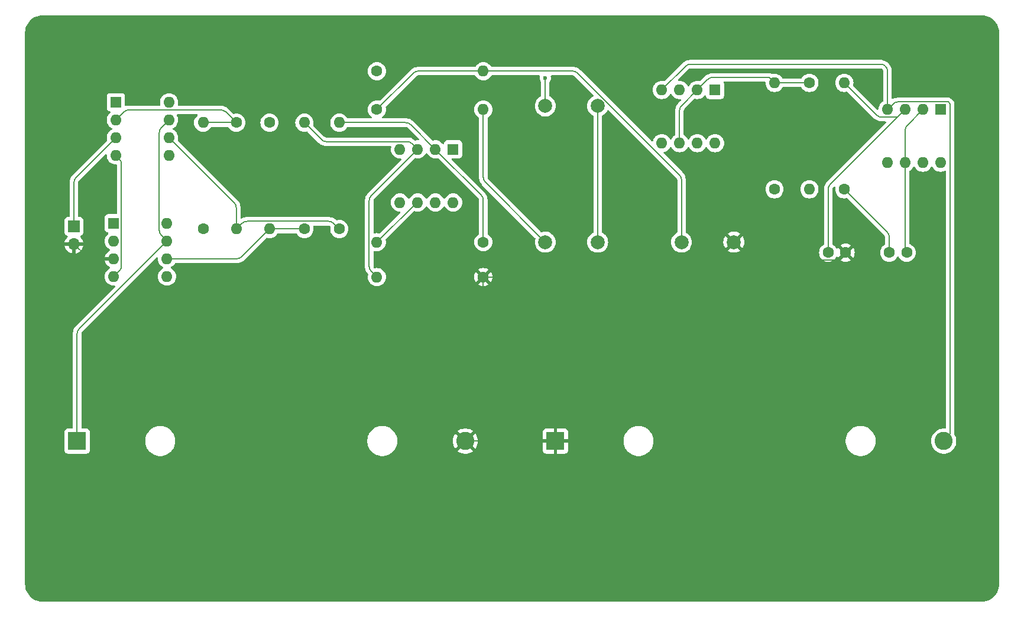
<source format=gbr>
%TF.GenerationSoftware,KiCad,Pcbnew,8.0.3*%
%TF.CreationDate,2024-07-09T16:52:21+05:30*%
%TF.ProjectId,ECG,4543472e-6b69-4636-9164-5f7063625858,rev?*%
%TF.SameCoordinates,Original*%
%TF.FileFunction,Copper,L1,Top*%
%TF.FilePolarity,Positive*%
%FSLAX46Y46*%
G04 Gerber Fmt 4.6, Leading zero omitted, Abs format (unit mm)*
G04 Created by KiCad (PCBNEW 8.0.3) date 2024-07-09 16:52:21*
%MOMM*%
%LPD*%
G01*
G04 APERTURE LIST*
%TA.AperFunction,ComponentPad*%
%ADD10C,2.000000*%
%TD*%
%TA.AperFunction,ComponentPad*%
%ADD11C,1.600000*%
%TD*%
%TA.AperFunction,ComponentPad*%
%ADD12O,1.600000X1.600000*%
%TD*%
%TA.AperFunction,ComponentPad*%
%ADD13R,2.600000X2.600000*%
%TD*%
%TA.AperFunction,ComponentPad*%
%ADD14C,2.600000*%
%TD*%
%TA.AperFunction,ComponentPad*%
%ADD15R,1.600000X1.600000*%
%TD*%
%TA.AperFunction,ComponentPad*%
%ADD16R,1.700000X1.700000*%
%TD*%
%TA.AperFunction,ComponentPad*%
%ADD17O,1.700000X1.700000*%
%TD*%
%TA.AperFunction,ViaPad*%
%ADD18C,0.600000*%
%TD*%
%TA.AperFunction,Conductor*%
%ADD19C,0.200000*%
%TD*%
G04 APERTURE END LIST*
D10*
%TO.P,C3,1*%
%TO.N,Net-(C1-Pad2)*%
X161000000Y-97000000D03*
%TO.P,C3,2*%
%TO.N,Net-(U4-+)*%
X153500000Y-97000000D03*
%TD*%
D11*
%TO.P,R2,1*%
%TO.N,Net-(U1--)*%
X114000000Y-79880000D03*
D12*
%TO.P,R2,2*%
%TO.N,Net-(R2-Pad2)*%
X114000000Y-95120000D03*
%TD*%
D11*
%TO.P,R9,1*%
%TO.N,Net-(C2-Pad1)*%
X129380000Y-78000000D03*
D12*
%TO.P,R9,2*%
%TO.N,Net-(U4-+)*%
X144620000Y-78000000D03*
%TD*%
D10*
%TO.P,C2,1*%
%TO.N,Net-(C2-Pad1)*%
X173000000Y-97000000D03*
%TO.P,C2,2*%
%TO.N,GND*%
X180500000Y-97000000D03*
%TD*%
D13*
%TO.P,V3,1*%
%TO.N,GND*%
X154950000Y-125500000D03*
D14*
%TO.P,V3,2*%
%TO.N,Net-(U1-V-)*%
X210550000Y-125500000D03*
%TD*%
D11*
%TO.P,R8,1*%
%TO.N,Net-(C1-Pad1)*%
X129380000Y-72500000D03*
D12*
%TO.P,R8,2*%
%TO.N,Net-(C2-Pad1)*%
X144620000Y-72500000D03*
%TD*%
D15*
%TO.P,U1,1,NULL*%
%TO.N,unconnected-(U1-NULL-Pad1)*%
X91700000Y-94300000D03*
D12*
%TO.P,U1,2,-*%
%TO.N,Net-(U1--)*%
X91700000Y-96840000D03*
%TO.P,U1,3,+*%
%TO.N,GND*%
X91700000Y-99380000D03*
%TO.P,U1,4,V-*%
%TO.N,Net-(U1-V-)*%
X91700000Y-101920000D03*
%TO.P,U1,5,NULL*%
%TO.N,unconnected-(U1-NULL-Pad5)*%
X99320000Y-101920000D03*
%TO.P,U1,6*%
%TO.N,Net-(R2-Pad2)*%
X99320000Y-99380000D03*
%TO.P,U1,7,V+*%
%TO.N,Net-(U1-V+)*%
X99320000Y-96840000D03*
%TO.P,U1,8,NC*%
%TO.N,unconnected-(U1-NC-Pad8)*%
X99320000Y-94300000D03*
%TD*%
D11*
%TO.P,R11,1*%
%TO.N,Net-(U4--)*%
X191320000Y-74180000D03*
D12*
%TO.P,R11,2*%
%TO.N,Net-(C5-Pad2)*%
X191320000Y-89420000D03*
%TD*%
D11*
%TO.P,C4,1*%
%TO.N,Net-(U5-+)*%
X194000000Y-98500000D03*
%TO.P,C4,2*%
%TO.N,GND*%
X196500000Y-98500000D03*
%TD*%
%TO.P,R3,1*%
%TO.N,Net-(U2--)*%
X109250000Y-79880000D03*
D12*
%TO.P,R3,2*%
%TO.N,Net-(R3-Pad2)*%
X109250000Y-95120000D03*
%TD*%
D10*
%TO.P,C1,1*%
%TO.N,Net-(C1-Pad1)*%
X153500000Y-77500000D03*
%TO.P,C1,2*%
%TO.N,Net-(C1-Pad2)*%
X161000000Y-77500000D03*
%TD*%
D13*
%TO.P,V2,1*%
%TO.N,Net-(U1-V+)*%
X86450000Y-125500000D03*
D14*
%TO.P,V2,2*%
%TO.N,GND*%
X142050000Y-125500000D03*
%TD*%
D15*
%TO.P,U5,1,NULL*%
%TO.N,unconnected-(U5-NULL-Pad1)*%
X210120000Y-78000000D03*
D12*
%TO.P,U5,2,-*%
%TO.N,Net-(U5--)*%
X207580000Y-78000000D03*
%TO.P,U5,3,+*%
%TO.N,Net-(U5-+)*%
X205040000Y-78000000D03*
%TO.P,U5,4,V-*%
%TO.N,Net-(U1-V-)*%
X202500000Y-78000000D03*
%TO.P,U5,5,NULL*%
%TO.N,unconnected-(U5-NULL-Pad5)*%
X202500000Y-85620000D03*
%TO.P,U5,6*%
%TO.N,Net-(U5--)*%
X205040000Y-85620000D03*
%TO.P,U5,7,V+*%
%TO.N,Net-(U1-V+)*%
X207580000Y-85620000D03*
%TO.P,U5,8,NC*%
%TO.N,unconnected-(U5-NC-Pad8)*%
X210120000Y-85620000D03*
%TD*%
D11*
%TO.P,R6,1*%
%TO.N,GND*%
X144620000Y-102000000D03*
D12*
%TO.P,R6,2*%
%TO.N,Net-(U3-+)*%
X129380000Y-102000000D03*
%TD*%
D11*
%TO.P,R12,1*%
%TO.N,Net-(C5-Pad2)*%
X196320000Y-89420000D03*
D12*
%TO.P,R12,2*%
%TO.N,Net-(U5-+)*%
X196320000Y-74180000D03*
%TD*%
D15*
%TO.P,U4,1,NULL*%
%TO.N,unconnected-(U4-NULL-Pad1)*%
X177800000Y-75200000D03*
D12*
%TO.P,U4,2,-*%
%TO.N,Net-(U4--)*%
X175260000Y-75200000D03*
%TO.P,U4,3,+*%
%TO.N,Net-(U4-+)*%
X172720000Y-75200000D03*
%TO.P,U4,4,V-*%
%TO.N,Net-(U1-V-)*%
X170180000Y-75200000D03*
%TO.P,U4,5,NULL*%
%TO.N,unconnected-(U4-NULL-Pad5)*%
X170180000Y-82820000D03*
%TO.P,U4,6*%
%TO.N,Net-(U4--)*%
X172720000Y-82820000D03*
%TO.P,U4,7,V+*%
%TO.N,Net-(U1-V+)*%
X175260000Y-82820000D03*
%TO.P,U4,8,NC*%
%TO.N,unconnected-(U4-NC-Pad8)*%
X177800000Y-82820000D03*
%TD*%
D15*
%TO.P,U2,1,NULL*%
%TO.N,unconnected-(U2-NULL-Pad1)*%
X92000000Y-76960000D03*
D12*
%TO.P,U2,2,-*%
%TO.N,Net-(U2--)*%
X92000000Y-79500000D03*
%TO.P,U2,3,+*%
%TO.N,Net-(U2-+)*%
X92000000Y-82040000D03*
%TO.P,U2,4,V-*%
%TO.N,Net-(U1-V-)*%
X92000000Y-84580000D03*
%TO.P,U2,5,NULL*%
%TO.N,unconnected-(U2-NULL-Pad5)*%
X99620000Y-84580000D03*
%TO.P,U2,6*%
%TO.N,Net-(R3-Pad2)*%
X99620000Y-82040000D03*
%TO.P,U2,7,V+*%
%TO.N,Net-(U1-V+)*%
X99620000Y-79500000D03*
%TO.P,U2,8,NC*%
%TO.N,unconnected-(U2-NC-Pad8)*%
X99620000Y-76960000D03*
%TD*%
D16*
%TO.P,V1,1*%
%TO.N,Net-(U2-+)*%
X86000000Y-94725000D03*
D17*
%TO.P,V1,2*%
%TO.N,GND*%
X86000000Y-97265000D03*
%TD*%
D11*
%TO.P,R10,1*%
%TO.N,Net-(C1-Pad2)*%
X186320000Y-89420000D03*
D12*
%TO.P,R10,2*%
%TO.N,Net-(U4--)*%
X186320000Y-74180000D03*
%TD*%
D11*
%TO.P,R1,1*%
%TO.N,Net-(U1--)*%
X104500000Y-95120000D03*
D12*
%TO.P,R1,2*%
%TO.N,Net-(U2--)*%
X104500000Y-79880000D03*
%TD*%
D11*
%TO.P,C5,1*%
%TO.N,Net-(U5--)*%
X205250000Y-98500000D03*
%TO.P,C5,2*%
%TO.N,Net-(C5-Pad2)*%
X202750000Y-98500000D03*
%TD*%
%TO.P,R4,1*%
%TO.N,Net-(R2-Pad2)*%
X119000000Y-95120000D03*
D12*
%TO.P,R4,2*%
%TO.N,Net-(U3-+)*%
X119000000Y-79880000D03*
%TD*%
D15*
%TO.P,U3,1,NULL*%
%TO.N,unconnected-(U3-NULL-Pad1)*%
X140300000Y-83700000D03*
D12*
%TO.P,U3,2,-*%
%TO.N,Net-(U3--)*%
X137760000Y-83700000D03*
%TO.P,U3,3,+*%
%TO.N,Net-(U3-+)*%
X135220000Y-83700000D03*
%TO.P,U3,4,V-*%
%TO.N,Net-(U1-V-)*%
X132680000Y-83700000D03*
%TO.P,U3,5,NULL*%
%TO.N,unconnected-(U3-NULL-Pad5)*%
X132680000Y-91320000D03*
%TO.P,U3,6*%
%TO.N,Net-(C1-Pad1)*%
X135220000Y-91320000D03*
%TO.P,U3,7,V+*%
%TO.N,Net-(U1-V+)*%
X137760000Y-91320000D03*
%TO.P,U3,8,NC*%
%TO.N,unconnected-(U3-NC-Pad8)*%
X140300000Y-91320000D03*
%TD*%
D11*
%TO.P,R7,1*%
%TO.N,Net-(U3--)*%
X144620000Y-97000000D03*
D12*
%TO.P,R7,2*%
%TO.N,Net-(C1-Pad1)*%
X129380000Y-97000000D03*
%TD*%
D11*
%TO.P,R5,1*%
%TO.N,Net-(R3-Pad2)*%
X124000000Y-95120000D03*
D12*
%TO.P,R5,2*%
%TO.N,Net-(U3--)*%
X124000000Y-79880000D03*
%TD*%
D18*
%TO.N,Net-(C1-Pad1)*%
X153500000Y-73500000D03*
%TD*%
D19*
%TO.N,Net-(C1-Pad1)*%
X129380000Y-97000000D02*
X135060000Y-91320000D01*
X153500000Y-73500000D02*
X153500000Y-77500000D01*
X135060000Y-91320000D02*
X135220000Y-91320000D01*
%TO.N,Net-(C1-Pad2)*%
X161000000Y-97000000D02*
X161000000Y-77500000D01*
%TO.N,Net-(C2-Pad1)*%
X144620000Y-72500000D02*
X157424264Y-72500000D01*
X144620000Y-72500000D02*
X135294214Y-72500000D01*
X158131371Y-72792893D02*
X172707107Y-87368629D01*
X173000000Y-88075736D02*
X173000000Y-97000000D01*
X134587107Y-72792893D02*
X129380000Y-78000000D01*
X158131371Y-72792893D02*
G75*
G03*
X157424264Y-72500025I-707071J-707107D01*
G01*
X173000000Y-88075736D02*
G75*
G03*
X172707125Y-87368611I-1000000J36D01*
G01*
X134587107Y-72792893D02*
G75*
G02*
X135294214Y-72500010I707093J-707107D01*
G01*
%TO.N,GND*%
X144620000Y-102000000D02*
X175085786Y-102000000D01*
X144620000Y-102000000D02*
X144620000Y-122515786D01*
X144327107Y-123222893D02*
X142050000Y-125500000D01*
X195692893Y-99307107D02*
X196500000Y-98500000D01*
X180500000Y-97000000D02*
X182807107Y-99307107D01*
X86000000Y-97265000D02*
X87822107Y-99087107D01*
X88529214Y-99380000D02*
X91700000Y-99380000D01*
X183514214Y-99600000D02*
X194985786Y-99600000D01*
X142050000Y-125500000D02*
X154950000Y-125500000D01*
X175792893Y-101707107D02*
X180500000Y-97000000D01*
X175792893Y-101707107D02*
G75*
G02*
X175085786Y-101999990I-707093J707107D01*
G01*
X88529214Y-99380000D02*
G75*
G02*
X87822100Y-99087114I-14J1000000D01*
G01*
X194985786Y-99600000D02*
G75*
G03*
X195692900Y-99307114I14J1000000D01*
G01*
X183514214Y-99600000D02*
G75*
G02*
X182807100Y-99307114I-14J1000000D01*
G01*
X144327107Y-123222893D02*
G75*
G03*
X144619990Y-122515786I-707107J707093D01*
G01*
%TO.N,Net-(U4-+)*%
X144620000Y-78000000D02*
X144620000Y-87705786D01*
X144912893Y-88412893D02*
X153500000Y-97000000D01*
X144620000Y-87705786D02*
G75*
G03*
X144912886Y-88412900I1000000J-14D01*
G01*
%TO.N,Net-(U5-+)*%
X196320000Y-74180000D02*
X200947107Y-78807107D01*
X203940000Y-79100000D02*
X205040000Y-78000000D01*
X194000000Y-98500000D02*
X194000000Y-89454214D01*
X194292893Y-88747107D02*
X205040000Y-78000000D01*
X201654214Y-79100000D02*
X203940000Y-79100000D01*
X200947107Y-78807107D02*
G75*
G03*
X201654214Y-79099990I707093J707107D01*
G01*
X194292893Y-88747107D02*
G75*
G03*
X194000010Y-89454214I707107J-707093D01*
G01*
%TO.N,Net-(U5--)*%
X205332893Y-80247107D02*
X207580000Y-78000000D01*
X205040000Y-85620000D02*
X205040000Y-80954214D01*
X205040000Y-85620000D02*
X205040000Y-98290000D01*
X205040000Y-98290000D02*
X205250000Y-98500000D01*
X205040000Y-80954214D02*
G75*
G02*
X205332886Y-80247100I1000000J14D01*
G01*
%TO.N,Net-(C5-Pad2)*%
X202457107Y-95557107D02*
X196320000Y-89420000D01*
X202750000Y-98500000D02*
X202750000Y-96264214D01*
X202457107Y-95557107D02*
G75*
G02*
X202749990Y-96264214I-707107J-707093D01*
G01*
%TO.N,Net-(U2--)*%
X93854214Y-78060000D02*
X107015786Y-78060000D01*
X107722893Y-78352893D02*
X109250000Y-79880000D01*
X92000000Y-79500000D02*
X93147107Y-78352893D01*
X104500000Y-79880000D02*
X109250000Y-79880000D01*
X93854214Y-78060000D02*
G75*
G03*
X93147100Y-78352886I-14J-1000000D01*
G01*
X107015786Y-78060000D02*
G75*
G02*
X107722900Y-78352886I14J-1000000D01*
G01*
%TO.N,Net-(R2-Pad2)*%
X110032893Y-99087107D02*
X114000000Y-95120000D01*
X99320000Y-99380000D02*
X109325786Y-99380000D01*
X114000000Y-95120000D02*
X119000000Y-95120000D01*
X110032893Y-99087107D02*
G75*
G02*
X109325786Y-99379990I-707093J707107D01*
G01*
%TO.N,Net-(R3-Pad2)*%
X110764214Y-94020000D02*
X122485786Y-94020000D01*
X109250000Y-95120000D02*
X109250000Y-92084214D01*
X108957107Y-91377107D02*
X99620000Y-82040000D01*
X109250000Y-95120000D02*
X110057107Y-94312893D01*
X123192893Y-94312893D02*
X124000000Y-95120000D01*
X123192893Y-94312893D02*
G75*
G03*
X122485786Y-94020010I-707093J-707107D01*
G01*
X110057107Y-94312893D02*
G75*
G02*
X110764214Y-94020010I707093J-707107D01*
G01*
X109250000Y-92084214D02*
G75*
G03*
X108957114Y-91377100I-1000000J14D01*
G01*
%TO.N,Net-(U3-+)*%
X128572893Y-90347107D02*
X135220000Y-83700000D01*
X128280000Y-100485786D02*
X128280000Y-91054214D01*
X129380000Y-102000000D02*
X128572893Y-101192893D01*
X119000000Y-79880000D02*
X121427107Y-82307107D01*
X134412893Y-82892893D02*
X135220000Y-83700000D01*
X122134214Y-82600000D02*
X133705786Y-82600000D01*
X128572893Y-101192893D02*
G75*
G02*
X128280010Y-100485786I707107J707093D01*
G01*
X121427107Y-82307107D02*
G75*
G03*
X122134214Y-82599990I707093J707107D01*
G01*
X134412893Y-82892893D02*
G75*
G03*
X133705786Y-82600010I-707093J-707107D01*
G01*
X128572893Y-90347107D02*
G75*
G03*
X128280010Y-91054214I707107J-707093D01*
G01*
%TO.N,Net-(U3--)*%
X144327107Y-90267107D02*
X137760000Y-83700000D01*
X134232893Y-80172893D02*
X137760000Y-83700000D01*
X144620000Y-97000000D02*
X144620000Y-90974214D01*
X124000000Y-79880000D02*
X133525786Y-79880000D01*
X133525786Y-79880000D02*
G75*
G02*
X134232900Y-80172886I14J-1000000D01*
G01*
X144620000Y-90974214D02*
G75*
G03*
X144327114Y-90267100I-1000000J14D01*
G01*
%TO.N,Net-(U4--)*%
X172720000Y-82820000D02*
X172720000Y-78154214D01*
X186320000Y-74180000D02*
X191320000Y-74180000D01*
X177494213Y-73380001D02*
X185520001Y-73380001D01*
X185520001Y-73380001D02*
X186320000Y-74180000D01*
X175260000Y-75200000D02*
X176787106Y-73672894D01*
X173012893Y-77447107D02*
X175260000Y-75200000D01*
X176787106Y-73672894D02*
G75*
G02*
X177494213Y-73380010I707094J-707106D01*
G01*
X172720000Y-78154214D02*
G75*
G02*
X173012886Y-77447100I1000000J14D01*
G01*
%TO.N,Net-(U1-V+)*%
X86450000Y-110124214D02*
X86450000Y-125500000D01*
X99320000Y-96840000D02*
X98512893Y-96032893D01*
X98512893Y-80607107D02*
X99620000Y-79500000D01*
X98220000Y-95325786D02*
X98220000Y-81314214D01*
X99320000Y-96840000D02*
X86742893Y-109417107D01*
X98220000Y-81314214D02*
G75*
G02*
X98512886Y-80607100I1000000J14D01*
G01*
X98220000Y-95325786D02*
G75*
G03*
X98512886Y-96032900I1000000J-14D01*
G01*
X86742893Y-109417107D02*
G75*
G03*
X86450010Y-110124214I707107J-707093D01*
G01*
%TO.N,Net-(U1-V-)*%
X211207107Y-124842893D02*
X210550000Y-125500000D01*
X211220000Y-76900000D02*
X211500000Y-77180000D01*
X170180000Y-75200000D02*
X173587107Y-71792893D01*
X211500000Y-77180000D02*
X211500000Y-124135786D01*
X91700000Y-101920000D02*
X92507107Y-101112893D01*
X92507107Y-85087107D02*
X92000000Y-84580000D01*
X202500000Y-78000000D02*
X203307107Y-77192893D01*
X202500000Y-72500000D02*
X202500000Y-78000000D01*
X204014214Y-76900000D02*
X211220000Y-76900000D01*
X174294214Y-71500000D02*
X201500000Y-71500000D01*
X92800000Y-100405786D02*
X92800000Y-85794214D01*
X92800000Y-85794214D02*
G75*
G03*
X92507114Y-85087100I-1000000J14D01*
G01*
X174294214Y-71500000D02*
G75*
G03*
X173587100Y-71792886I-14J-1000000D01*
G01*
X204014214Y-76900000D02*
G75*
G03*
X203307100Y-77192886I-14J-1000000D01*
G01*
X211500000Y-124135786D02*
G75*
G02*
X211207114Y-124842900I-1000000J-14D01*
G01*
X92800000Y-100405786D02*
G75*
G02*
X92507114Y-101112900I-1000000J-14D01*
G01*
X201500000Y-71500000D02*
G75*
G02*
X202500000Y-72500000I0J-1000000D01*
G01*
%TO.N,Net-(U2-+)*%
X86292893Y-87747107D02*
X92000000Y-82040000D01*
X86000000Y-94725000D02*
X86000000Y-88454214D01*
X86000000Y-88454214D02*
G75*
G02*
X86292886Y-87747100I1000000J14D01*
G01*
%TD*%
%TA.AperFunction,Conductor*%
%TO.N,GND*%
G36*
X216003736Y-64500726D02*
G01*
X216293796Y-64518271D01*
X216308659Y-64520076D01*
X216590798Y-64571780D01*
X216605335Y-64575363D01*
X216879172Y-64660695D01*
X216893163Y-64666000D01*
X217154743Y-64783727D01*
X217167989Y-64790680D01*
X217413465Y-64939075D01*
X217425776Y-64947573D01*
X217651573Y-65124473D01*
X217662781Y-65134403D01*
X217865596Y-65337218D01*
X217875526Y-65348426D01*
X217995481Y-65501538D01*
X218052422Y-65574217D01*
X218060928Y-65586540D01*
X218209316Y-65832004D01*
X218216275Y-65845263D01*
X218333997Y-66106831D01*
X218339306Y-66120832D01*
X218424635Y-66394663D01*
X218428219Y-66409201D01*
X218479923Y-66691340D01*
X218481728Y-66706205D01*
X218499274Y-66996263D01*
X218499500Y-67003750D01*
X218499500Y-145996249D01*
X218499274Y-146003736D01*
X218481728Y-146293794D01*
X218479923Y-146308659D01*
X218428219Y-146590798D01*
X218424635Y-146605336D01*
X218339306Y-146879167D01*
X218333997Y-146893168D01*
X218216275Y-147154736D01*
X218209316Y-147167995D01*
X218060928Y-147413459D01*
X218052422Y-147425782D01*
X217875526Y-147651573D01*
X217865596Y-147662781D01*
X217662781Y-147865596D01*
X217651573Y-147875526D01*
X217425782Y-148052422D01*
X217413459Y-148060928D01*
X217167995Y-148209316D01*
X217154736Y-148216275D01*
X216893168Y-148333997D01*
X216879167Y-148339306D01*
X216605336Y-148424635D01*
X216590798Y-148428219D01*
X216308659Y-148479923D01*
X216293794Y-148481728D01*
X216003736Y-148499274D01*
X215996249Y-148499500D01*
X81503751Y-148499500D01*
X81496264Y-148499274D01*
X81206205Y-148481728D01*
X81191340Y-148479923D01*
X80909201Y-148428219D01*
X80894663Y-148424635D01*
X80620832Y-148339306D01*
X80606831Y-148333997D01*
X80345263Y-148216275D01*
X80332004Y-148209316D01*
X80086540Y-148060928D01*
X80074217Y-148052422D01*
X79848426Y-147875526D01*
X79837218Y-147865596D01*
X79634403Y-147662781D01*
X79624473Y-147651573D01*
X79447573Y-147425776D01*
X79439075Y-147413465D01*
X79290680Y-147167989D01*
X79283727Y-147154743D01*
X79166000Y-146893163D01*
X79160693Y-146879167D01*
X79075364Y-146605336D01*
X79071780Y-146590798D01*
X79020076Y-146308659D01*
X79018271Y-146293794D01*
X79000726Y-146003736D01*
X79000500Y-145996249D01*
X79000500Y-93827135D01*
X84649500Y-93827135D01*
X84649500Y-95622870D01*
X84649501Y-95622876D01*
X84655908Y-95682483D01*
X84706202Y-95817328D01*
X84706206Y-95817335D01*
X84792452Y-95932544D01*
X84792455Y-95932547D01*
X84907664Y-96018793D01*
X84907671Y-96018797D01*
X84907674Y-96018798D01*
X85039598Y-96068002D01*
X85095531Y-96109873D01*
X85119949Y-96175337D01*
X85105098Y-96243610D01*
X85083947Y-96271865D01*
X84961886Y-96393926D01*
X84826400Y-96587420D01*
X84826399Y-96587422D01*
X84726570Y-96801507D01*
X84726567Y-96801513D01*
X84669364Y-97014999D01*
X84669364Y-97015000D01*
X85566988Y-97015000D01*
X85534075Y-97072007D01*
X85500000Y-97199174D01*
X85500000Y-97330826D01*
X85534075Y-97457993D01*
X85566988Y-97515000D01*
X84669364Y-97515000D01*
X84726567Y-97728486D01*
X84726570Y-97728492D01*
X84826399Y-97942578D01*
X84961894Y-98136082D01*
X85128917Y-98303105D01*
X85322421Y-98438600D01*
X85536507Y-98538429D01*
X85536516Y-98538433D01*
X85750000Y-98595634D01*
X85750000Y-97698012D01*
X85807007Y-97730925D01*
X85934174Y-97765000D01*
X86065826Y-97765000D01*
X86192993Y-97730925D01*
X86250000Y-97698012D01*
X86250000Y-98595633D01*
X86463483Y-98538433D01*
X86463492Y-98538429D01*
X86677578Y-98438600D01*
X86871082Y-98303105D01*
X87038105Y-98136082D01*
X87173600Y-97942578D01*
X87273429Y-97728492D01*
X87273432Y-97728486D01*
X87330636Y-97515000D01*
X86433012Y-97515000D01*
X86465925Y-97457993D01*
X86500000Y-97330826D01*
X86500000Y-97199174D01*
X86465925Y-97072007D01*
X86433012Y-97015000D01*
X87330636Y-97015000D01*
X87330635Y-97014999D01*
X87273432Y-96801513D01*
X87273429Y-96801507D01*
X87173600Y-96587422D01*
X87173599Y-96587420D01*
X87038113Y-96393926D01*
X87038108Y-96393920D01*
X86916053Y-96271865D01*
X86882568Y-96210542D01*
X86887552Y-96140850D01*
X86929424Y-96084917D01*
X86960400Y-96068002D01*
X87092331Y-96018796D01*
X87207546Y-95932546D01*
X87293796Y-95817331D01*
X87344091Y-95682483D01*
X87350500Y-95622873D01*
X87350499Y-93827128D01*
X87344091Y-93767517D01*
X87313827Y-93686376D01*
X87293797Y-93632671D01*
X87293793Y-93632664D01*
X87207547Y-93517455D01*
X87207544Y-93517452D01*
X87092335Y-93431206D01*
X87092328Y-93431202D01*
X86957482Y-93380908D01*
X86957483Y-93380908D01*
X86897883Y-93374501D01*
X86897881Y-93374500D01*
X86897873Y-93374500D01*
X86897865Y-93374500D01*
X86724500Y-93374500D01*
X86657461Y-93354815D01*
X86611706Y-93302011D01*
X86600500Y-93250500D01*
X86600500Y-88527123D01*
X86600501Y-88527119D01*
X86600500Y-88462328D01*
X86601561Y-88446145D01*
X86608074Y-88396665D01*
X86611980Y-88366990D01*
X86620355Y-88335732D01*
X86647777Y-88269527D01*
X86663953Y-88241509D01*
X86712525Y-88178205D01*
X86723206Y-88166027D01*
X90490573Y-84398660D01*
X90551894Y-84365177D01*
X90621586Y-84370161D01*
X90677519Y-84412033D01*
X90701936Y-84477497D01*
X90701780Y-84497150D01*
X90694532Y-84579997D01*
X90694532Y-84580001D01*
X90714364Y-84806686D01*
X90714366Y-84806697D01*
X90773258Y-85026488D01*
X90773261Y-85026497D01*
X90869431Y-85232732D01*
X90869432Y-85232734D01*
X90999954Y-85419141D01*
X91160858Y-85580045D01*
X91160861Y-85580047D01*
X91347266Y-85710568D01*
X91553504Y-85806739D01*
X91773308Y-85865635D01*
X92000000Y-85885468D01*
X92064693Y-85879807D01*
X92133191Y-85893573D01*
X92183375Y-85942187D01*
X92199500Y-86003335D01*
X92199500Y-92875500D01*
X92179815Y-92942539D01*
X92127011Y-92988294D01*
X92075500Y-92999500D01*
X90852129Y-92999500D01*
X90852123Y-92999501D01*
X90792516Y-93005908D01*
X90657671Y-93056202D01*
X90657664Y-93056206D01*
X90542455Y-93142452D01*
X90542452Y-93142455D01*
X90456206Y-93257664D01*
X90456202Y-93257671D01*
X90405908Y-93392517D01*
X90399501Y-93452116D01*
X90399500Y-93452135D01*
X90399500Y-95147870D01*
X90399501Y-95147876D01*
X90405908Y-95207483D01*
X90456202Y-95342328D01*
X90456206Y-95342335D01*
X90542452Y-95457544D01*
X90542455Y-95457547D01*
X90657664Y-95543793D01*
X90657671Y-95543797D01*
X90687223Y-95554819D01*
X90792517Y-95594091D01*
X90827596Y-95597862D01*
X90892144Y-95624599D01*
X90931993Y-95681991D01*
X90934488Y-95751816D01*
X90898836Y-95811905D01*
X90885464Y-95822725D01*
X90860858Y-95839954D01*
X90699954Y-96000858D01*
X90569432Y-96187265D01*
X90569431Y-96187267D01*
X90473261Y-96393502D01*
X90473258Y-96393511D01*
X90414366Y-96613302D01*
X90414364Y-96613313D01*
X90394532Y-96839998D01*
X90394532Y-96840001D01*
X90414364Y-97066686D01*
X90414366Y-97066697D01*
X90473258Y-97286488D01*
X90473261Y-97286497D01*
X90569431Y-97492732D01*
X90569432Y-97492734D01*
X90699954Y-97679141D01*
X90860858Y-97840045D01*
X90860861Y-97840047D01*
X91047266Y-97970568D01*
X91105865Y-97997893D01*
X91158305Y-98044065D01*
X91177457Y-98111258D01*
X91157242Y-98178139D01*
X91105867Y-98222657D01*
X91047515Y-98249867D01*
X90861179Y-98380342D01*
X90700342Y-98541179D01*
X90569865Y-98727517D01*
X90473734Y-98933673D01*
X90473730Y-98933682D01*
X90421127Y-99129999D01*
X90421128Y-99130000D01*
X91384314Y-99130000D01*
X91379920Y-99134394D01*
X91327259Y-99225606D01*
X91300000Y-99327339D01*
X91300000Y-99432661D01*
X91327259Y-99534394D01*
X91379920Y-99625606D01*
X91384314Y-99630000D01*
X90421128Y-99630000D01*
X90473730Y-99826317D01*
X90473734Y-99826326D01*
X90569865Y-100032482D01*
X90700342Y-100218820D01*
X90861179Y-100379657D01*
X91047518Y-100510134D01*
X91047520Y-100510135D01*
X91105865Y-100537342D01*
X91158305Y-100583514D01*
X91177457Y-100650707D01*
X91157242Y-100717589D01*
X91105867Y-100762105D01*
X91047268Y-100789431D01*
X91047264Y-100789433D01*
X90860858Y-100919954D01*
X90699954Y-101080858D01*
X90569432Y-101267265D01*
X90569431Y-101267267D01*
X90473261Y-101473502D01*
X90473258Y-101473511D01*
X90414366Y-101693302D01*
X90414364Y-101693313D01*
X90394532Y-101919998D01*
X90394532Y-101920001D01*
X90414364Y-102146686D01*
X90414366Y-102146697D01*
X90473258Y-102366488D01*
X90473261Y-102366497D01*
X90569431Y-102572732D01*
X90569432Y-102572734D01*
X90699954Y-102759141D01*
X90860858Y-102920045D01*
X90860861Y-102920047D01*
X91047266Y-103050568D01*
X91253504Y-103146739D01*
X91473308Y-103205635D01*
X91617144Y-103218219D01*
X91699998Y-103225468D01*
X91699999Y-103225468D01*
X91699999Y-103225467D01*
X91700000Y-103225468D01*
X91782848Y-103218219D01*
X91851345Y-103231985D01*
X91901529Y-103280600D01*
X91917463Y-103348628D01*
X91894088Y-103414472D01*
X91881335Y-103429428D01*
X86354597Y-108956168D01*
X86354561Y-108956187D01*
X86244091Y-109066660D01*
X86244087Y-109066664D01*
X86116371Y-109233112D01*
X86116368Y-109233116D01*
X86116368Y-109233117D01*
X86011467Y-109414815D01*
X86011467Y-109414816D01*
X85931177Y-109608659D01*
X85876880Y-109811309D01*
X85876879Y-109811312D01*
X85849499Y-110019317D01*
X85849500Y-110124206D01*
X85849500Y-123575500D01*
X85829815Y-123642539D01*
X85777011Y-123688294D01*
X85725500Y-123699500D01*
X85102129Y-123699500D01*
X85102123Y-123699501D01*
X85042516Y-123705908D01*
X84907671Y-123756202D01*
X84907664Y-123756206D01*
X84792455Y-123842452D01*
X84792452Y-123842455D01*
X84706206Y-123957664D01*
X84706202Y-123957671D01*
X84655908Y-124092517D01*
X84649501Y-124152116D01*
X84649501Y-124152123D01*
X84649500Y-124152135D01*
X84649500Y-126847870D01*
X84649501Y-126847876D01*
X84655908Y-126907483D01*
X84706202Y-127042328D01*
X84706206Y-127042335D01*
X84792452Y-127157544D01*
X84792455Y-127157547D01*
X84907664Y-127243793D01*
X84907671Y-127243797D01*
X85042517Y-127294091D01*
X85042516Y-127294091D01*
X85049444Y-127294835D01*
X85102127Y-127300500D01*
X87797872Y-127300499D01*
X87857483Y-127294091D01*
X87992331Y-127243796D01*
X88107546Y-127157546D01*
X88193796Y-127042331D01*
X88244091Y-126907483D01*
X88250500Y-126847873D01*
X88250499Y-125359041D01*
X96199500Y-125359041D01*
X96199500Y-125640958D01*
X96236295Y-125920439D01*
X96309259Y-126192743D01*
X96417135Y-126453179D01*
X96417140Y-126453190D01*
X96558083Y-126697309D01*
X96558088Y-126697317D01*
X96673617Y-126847876D01*
X96729704Y-126920970D01*
X96929029Y-127120295D01*
X96929033Y-127120298D01*
X96929035Y-127120300D01*
X97152683Y-127291912D01*
X97152690Y-127291916D01*
X97396809Y-127432859D01*
X97396814Y-127432861D01*
X97396817Y-127432863D01*
X97657261Y-127540742D01*
X97929558Y-127613704D01*
X98209049Y-127650500D01*
X98209056Y-127650500D01*
X98490944Y-127650500D01*
X98490951Y-127650500D01*
X98770442Y-127613704D01*
X99042739Y-127540742D01*
X99303183Y-127432863D01*
X99547317Y-127291912D01*
X99770965Y-127120300D01*
X99970300Y-126920965D01*
X100141912Y-126697317D01*
X100282863Y-126453183D01*
X100390742Y-126192739D01*
X100463704Y-125920442D01*
X100500500Y-125640951D01*
X100500500Y-125359049D01*
X100500499Y-125359041D01*
X127999500Y-125359041D01*
X127999500Y-125640958D01*
X128036295Y-125920439D01*
X128109259Y-126192743D01*
X128217135Y-126453179D01*
X128217140Y-126453190D01*
X128358083Y-126697309D01*
X128358088Y-126697317D01*
X128473617Y-126847876D01*
X128529704Y-126920970D01*
X128729029Y-127120295D01*
X128729033Y-127120298D01*
X128729035Y-127120300D01*
X128952683Y-127291912D01*
X128952690Y-127291916D01*
X129196809Y-127432859D01*
X129196814Y-127432861D01*
X129196817Y-127432863D01*
X129457261Y-127540742D01*
X129729558Y-127613704D01*
X130009049Y-127650500D01*
X130009056Y-127650500D01*
X130290944Y-127650500D01*
X130290951Y-127650500D01*
X130570442Y-127613704D01*
X130842739Y-127540742D01*
X131103183Y-127432863D01*
X131347317Y-127291912D01*
X131570965Y-127120300D01*
X131770300Y-126920965D01*
X131941912Y-126697317D01*
X132082863Y-126453183D01*
X132190742Y-126192739D01*
X132263704Y-125920442D01*
X132300500Y-125640951D01*
X132300500Y-125499995D01*
X140244953Y-125499995D01*
X140244953Y-125500004D01*
X140265113Y-125769026D01*
X140265113Y-125769028D01*
X140325142Y-126032033D01*
X140325148Y-126032052D01*
X140423709Y-126283181D01*
X140423708Y-126283181D01*
X140558602Y-126516822D01*
X140612294Y-126584151D01*
X140612295Y-126584151D01*
X141334153Y-125862293D01*
X141341049Y-125878942D01*
X141428599Y-126009970D01*
X141540030Y-126121401D01*
X141671058Y-126208951D01*
X141687705Y-126215846D01*
X140964848Y-126938702D01*
X141147483Y-127063220D01*
X141147485Y-127063221D01*
X141390539Y-127180269D01*
X141390537Y-127180269D01*
X141648337Y-127259790D01*
X141648343Y-127259792D01*
X141915101Y-127299999D01*
X141915110Y-127300000D01*
X142184890Y-127300000D01*
X142184898Y-127299999D01*
X142451656Y-127259792D01*
X142451662Y-127259790D01*
X142709461Y-127180269D01*
X142952521Y-127063218D01*
X143135150Y-126938702D01*
X142412294Y-126215846D01*
X142428942Y-126208951D01*
X142559970Y-126121401D01*
X142671401Y-126009970D01*
X142758951Y-125878942D01*
X142765846Y-125862294D01*
X143487703Y-126584151D01*
X143487704Y-126584150D01*
X143541393Y-126516828D01*
X143541400Y-126516817D01*
X143676290Y-126283181D01*
X143774851Y-126032052D01*
X143774857Y-126032033D01*
X143834886Y-125769028D01*
X143834886Y-125769026D01*
X143855047Y-125500004D01*
X143855047Y-125499995D01*
X143834886Y-125230973D01*
X143834886Y-125230971D01*
X143774857Y-124967966D01*
X143774851Y-124967947D01*
X143676290Y-124716818D01*
X143676291Y-124716818D01*
X143541397Y-124483177D01*
X143487704Y-124415847D01*
X142765846Y-125137705D01*
X142758951Y-125121058D01*
X142671401Y-124990030D01*
X142559970Y-124878599D01*
X142428942Y-124791049D01*
X142412294Y-124784153D01*
X143044291Y-124152155D01*
X153150000Y-124152155D01*
X153150000Y-125250000D01*
X154187639Y-125250000D01*
X154180743Y-125266649D01*
X154150000Y-125421207D01*
X154150000Y-125578793D01*
X154180743Y-125733351D01*
X154187639Y-125750000D01*
X153150000Y-125750000D01*
X153150000Y-126847844D01*
X153156401Y-126907372D01*
X153156403Y-126907379D01*
X153206645Y-127042086D01*
X153206649Y-127042093D01*
X153292809Y-127157187D01*
X153292812Y-127157190D01*
X153407906Y-127243350D01*
X153407913Y-127243354D01*
X153542620Y-127293596D01*
X153542627Y-127293598D01*
X153602155Y-127299999D01*
X153602172Y-127300000D01*
X154700000Y-127300000D01*
X154700000Y-126262360D01*
X154716649Y-126269257D01*
X154871207Y-126300000D01*
X155028793Y-126300000D01*
X155183351Y-126269257D01*
X155200000Y-126262360D01*
X155200000Y-127300000D01*
X156297828Y-127300000D01*
X156297844Y-127299999D01*
X156357372Y-127293598D01*
X156357379Y-127293596D01*
X156492086Y-127243354D01*
X156492093Y-127243350D01*
X156607187Y-127157190D01*
X156607190Y-127157187D01*
X156693350Y-127042093D01*
X156693354Y-127042086D01*
X156743596Y-126907379D01*
X156743598Y-126907372D01*
X156749999Y-126847844D01*
X156750000Y-126847827D01*
X156750000Y-125750000D01*
X155712361Y-125750000D01*
X155719257Y-125733351D01*
X155750000Y-125578793D01*
X155750000Y-125421207D01*
X155737635Y-125359041D01*
X164699500Y-125359041D01*
X164699500Y-125640958D01*
X164736295Y-125920439D01*
X164809259Y-126192743D01*
X164917135Y-126453179D01*
X164917140Y-126453190D01*
X165058083Y-126697309D01*
X165058088Y-126697317D01*
X165173617Y-126847876D01*
X165229704Y-126920970D01*
X165429029Y-127120295D01*
X165429033Y-127120298D01*
X165429035Y-127120300D01*
X165652683Y-127291912D01*
X165652690Y-127291916D01*
X165896809Y-127432859D01*
X165896814Y-127432861D01*
X165896817Y-127432863D01*
X166157261Y-127540742D01*
X166429558Y-127613704D01*
X166709049Y-127650500D01*
X166709056Y-127650500D01*
X166990944Y-127650500D01*
X166990951Y-127650500D01*
X167270442Y-127613704D01*
X167542739Y-127540742D01*
X167803183Y-127432863D01*
X168047317Y-127291912D01*
X168270965Y-127120300D01*
X168470300Y-126920965D01*
X168641912Y-126697317D01*
X168782863Y-126453183D01*
X168890742Y-126192739D01*
X168963704Y-125920442D01*
X169000500Y-125640951D01*
X169000500Y-125359049D01*
X169000499Y-125359041D01*
X196499500Y-125359041D01*
X196499500Y-125640958D01*
X196536295Y-125920439D01*
X196609259Y-126192743D01*
X196717135Y-126453179D01*
X196717140Y-126453190D01*
X196858083Y-126697309D01*
X196858088Y-126697317D01*
X196973617Y-126847876D01*
X197029704Y-126920970D01*
X197229029Y-127120295D01*
X197229033Y-127120298D01*
X197229035Y-127120300D01*
X197452683Y-127291912D01*
X197452690Y-127291916D01*
X197696809Y-127432859D01*
X197696814Y-127432861D01*
X197696817Y-127432863D01*
X197957261Y-127540742D01*
X198229558Y-127613704D01*
X198509049Y-127650500D01*
X198509056Y-127650500D01*
X198790944Y-127650500D01*
X198790951Y-127650500D01*
X199070442Y-127613704D01*
X199342739Y-127540742D01*
X199603183Y-127432863D01*
X199847317Y-127291912D01*
X200070965Y-127120300D01*
X200270300Y-126920965D01*
X200441912Y-126697317D01*
X200582863Y-126453183D01*
X200690742Y-126192739D01*
X200763704Y-125920442D01*
X200800500Y-125640951D01*
X200800500Y-125359049D01*
X200763704Y-125079558D01*
X200690742Y-124807261D01*
X200582863Y-124546817D01*
X200582861Y-124546814D01*
X200582859Y-124546809D01*
X200441916Y-124302690D01*
X200441912Y-124302683D01*
X200270300Y-124079035D01*
X200270298Y-124079033D01*
X200270295Y-124079029D01*
X200070970Y-123879704D01*
X200070965Y-123879700D01*
X199847317Y-123708088D01*
X199847311Y-123708084D01*
X199847309Y-123708083D01*
X199603190Y-123567140D01*
X199603179Y-123567135D01*
X199342743Y-123459259D01*
X199070439Y-123386295D01*
X198790958Y-123349500D01*
X198790951Y-123349500D01*
X198509049Y-123349500D01*
X198509041Y-123349500D01*
X198229560Y-123386295D01*
X197957256Y-123459259D01*
X197696820Y-123567135D01*
X197696809Y-123567140D01*
X197452690Y-123708083D01*
X197452684Y-123708087D01*
X197452683Y-123708088D01*
X197421728Y-123731841D01*
X197229029Y-123879704D01*
X197029704Y-124079029D01*
X196858089Y-124302682D01*
X196858083Y-124302690D01*
X196717140Y-124546809D01*
X196717135Y-124546820D01*
X196609259Y-124807256D01*
X196536295Y-125079560D01*
X196499500Y-125359041D01*
X169000499Y-125359041D01*
X168963704Y-125079558D01*
X168890742Y-124807261D01*
X168782863Y-124546817D01*
X168782861Y-124546814D01*
X168782859Y-124546809D01*
X168641916Y-124302690D01*
X168641912Y-124302683D01*
X168470300Y-124079035D01*
X168470298Y-124079033D01*
X168470295Y-124079029D01*
X168270970Y-123879704D01*
X168270965Y-123879700D01*
X168047317Y-123708088D01*
X168047311Y-123708084D01*
X168047309Y-123708083D01*
X167803190Y-123567140D01*
X167803179Y-123567135D01*
X167542743Y-123459259D01*
X167270439Y-123386295D01*
X166990958Y-123349500D01*
X166990951Y-123349500D01*
X166709049Y-123349500D01*
X166709041Y-123349500D01*
X166429560Y-123386295D01*
X166157256Y-123459259D01*
X165896820Y-123567135D01*
X165896809Y-123567140D01*
X165652690Y-123708083D01*
X165652684Y-123708087D01*
X165652683Y-123708088D01*
X165621728Y-123731841D01*
X165429029Y-123879704D01*
X165229704Y-124079029D01*
X165058089Y-124302682D01*
X165058083Y-124302690D01*
X164917140Y-124546809D01*
X164917135Y-124546820D01*
X164809259Y-124807256D01*
X164736295Y-125079560D01*
X164699500Y-125359041D01*
X155737635Y-125359041D01*
X155719257Y-125266649D01*
X155712361Y-125250000D01*
X156750000Y-125250000D01*
X156750000Y-124152172D01*
X156749999Y-124152155D01*
X156743598Y-124092627D01*
X156743596Y-124092620D01*
X156693354Y-123957913D01*
X156693350Y-123957906D01*
X156607190Y-123842812D01*
X156607187Y-123842809D01*
X156492093Y-123756649D01*
X156492086Y-123756645D01*
X156357379Y-123706403D01*
X156357372Y-123706401D01*
X156297844Y-123700000D01*
X155200000Y-123700000D01*
X155200000Y-124737639D01*
X155183351Y-124730743D01*
X155028793Y-124700000D01*
X154871207Y-124700000D01*
X154716649Y-124730743D01*
X154700000Y-124737639D01*
X154700000Y-123700000D01*
X153602155Y-123700000D01*
X153542627Y-123706401D01*
X153542620Y-123706403D01*
X153407913Y-123756645D01*
X153407906Y-123756649D01*
X153292812Y-123842809D01*
X153292809Y-123842812D01*
X153206649Y-123957906D01*
X153206645Y-123957913D01*
X153156403Y-124092620D01*
X153156401Y-124092627D01*
X153150000Y-124152155D01*
X143044291Y-124152155D01*
X143135150Y-124061296D01*
X142952517Y-123936779D01*
X142952516Y-123936778D01*
X142709460Y-123819730D01*
X142709462Y-123819730D01*
X142451662Y-123740209D01*
X142451656Y-123740207D01*
X142184898Y-123700000D01*
X141915101Y-123700000D01*
X141648343Y-123740207D01*
X141648337Y-123740209D01*
X141390538Y-123819730D01*
X141147485Y-123936778D01*
X141147476Y-123936783D01*
X140964848Y-124061296D01*
X141687705Y-124784153D01*
X141671058Y-124791049D01*
X141540030Y-124878599D01*
X141428599Y-124990030D01*
X141341049Y-125121058D01*
X141334153Y-125137705D01*
X140612295Y-124415848D01*
X140558600Y-124483180D01*
X140423709Y-124716818D01*
X140325148Y-124967947D01*
X140325142Y-124967966D01*
X140265113Y-125230971D01*
X140265113Y-125230973D01*
X140244953Y-125499995D01*
X132300500Y-125499995D01*
X132300500Y-125359049D01*
X132263704Y-125079558D01*
X132190742Y-124807261D01*
X132082863Y-124546817D01*
X132082861Y-124546814D01*
X132082859Y-124546809D01*
X131941916Y-124302690D01*
X131941912Y-124302683D01*
X131770300Y-124079035D01*
X131770298Y-124079033D01*
X131770295Y-124079029D01*
X131570970Y-123879704D01*
X131570965Y-123879700D01*
X131347317Y-123708088D01*
X131347311Y-123708084D01*
X131347309Y-123708083D01*
X131103190Y-123567140D01*
X131103179Y-123567135D01*
X130842743Y-123459259D01*
X130570439Y-123386295D01*
X130290958Y-123349500D01*
X130290951Y-123349500D01*
X130009049Y-123349500D01*
X130009041Y-123349500D01*
X129729560Y-123386295D01*
X129457256Y-123459259D01*
X129196820Y-123567135D01*
X129196809Y-123567140D01*
X128952690Y-123708083D01*
X128952684Y-123708087D01*
X128952683Y-123708088D01*
X128921728Y-123731841D01*
X128729029Y-123879704D01*
X128529704Y-124079029D01*
X128358089Y-124302682D01*
X128358083Y-124302690D01*
X128217140Y-124546809D01*
X128217135Y-124546820D01*
X128109259Y-124807256D01*
X128036295Y-125079560D01*
X127999500Y-125359041D01*
X100500499Y-125359041D01*
X100463704Y-125079558D01*
X100390742Y-124807261D01*
X100282863Y-124546817D01*
X100282861Y-124546814D01*
X100282859Y-124546809D01*
X100141916Y-124302690D01*
X100141912Y-124302683D01*
X99970300Y-124079035D01*
X99970298Y-124079033D01*
X99970295Y-124079029D01*
X99770970Y-123879704D01*
X99770965Y-123879700D01*
X99547317Y-123708088D01*
X99547311Y-123708084D01*
X99547309Y-123708083D01*
X99303190Y-123567140D01*
X99303179Y-123567135D01*
X99042743Y-123459259D01*
X98770439Y-123386295D01*
X98490958Y-123349500D01*
X98490951Y-123349500D01*
X98209049Y-123349500D01*
X98209041Y-123349500D01*
X97929560Y-123386295D01*
X97657256Y-123459259D01*
X97396820Y-123567135D01*
X97396809Y-123567140D01*
X97152690Y-123708083D01*
X97152684Y-123708087D01*
X97152683Y-123708088D01*
X97121728Y-123731841D01*
X96929029Y-123879704D01*
X96729704Y-124079029D01*
X96558089Y-124302682D01*
X96558083Y-124302690D01*
X96417140Y-124546809D01*
X96417135Y-124546820D01*
X96309259Y-124807256D01*
X96236295Y-125079560D01*
X96199500Y-125359041D01*
X88250499Y-125359041D01*
X88250499Y-124152128D01*
X88244091Y-124092517D01*
X88242542Y-124088365D01*
X88193797Y-123957671D01*
X88193793Y-123957664D01*
X88107547Y-123842455D01*
X88107544Y-123842452D01*
X87992335Y-123756206D01*
X87992328Y-123756202D01*
X87857482Y-123705908D01*
X87857483Y-123705908D01*
X87797883Y-123699501D01*
X87797881Y-123699500D01*
X87797873Y-123699500D01*
X87797865Y-123699500D01*
X87174500Y-123699500D01*
X87107461Y-123679815D01*
X87061706Y-123627011D01*
X87050500Y-123575500D01*
X87050500Y-110197123D01*
X87050501Y-110197119D01*
X87050500Y-110132328D01*
X87051561Y-110116145D01*
X87061980Y-110036993D01*
X87070355Y-110005732D01*
X87097777Y-109939527D01*
X87113953Y-109911509D01*
X87162525Y-109848205D01*
X87173206Y-109836027D01*
X97810573Y-99198660D01*
X97871894Y-99165177D01*
X97941586Y-99170161D01*
X97997519Y-99212033D01*
X98021936Y-99277497D01*
X98021780Y-99297150D01*
X98014532Y-99379997D01*
X98014532Y-99380001D01*
X98034364Y-99606686D01*
X98034366Y-99606697D01*
X98093258Y-99826488D01*
X98093261Y-99826497D01*
X98189431Y-100032732D01*
X98189432Y-100032734D01*
X98319954Y-100219141D01*
X98480858Y-100380045D01*
X98480861Y-100380047D01*
X98667266Y-100510568D01*
X98724683Y-100537342D01*
X98725275Y-100537618D01*
X98777714Y-100583791D01*
X98796866Y-100650984D01*
X98776650Y-100717865D01*
X98725275Y-100762382D01*
X98667267Y-100789431D01*
X98667265Y-100789432D01*
X98480858Y-100919954D01*
X98319954Y-101080858D01*
X98189432Y-101267265D01*
X98189431Y-101267267D01*
X98093261Y-101473502D01*
X98093258Y-101473511D01*
X98034366Y-101693302D01*
X98034364Y-101693313D01*
X98014532Y-101919998D01*
X98014532Y-101920001D01*
X98034364Y-102146686D01*
X98034366Y-102146697D01*
X98093258Y-102366488D01*
X98093261Y-102366497D01*
X98189431Y-102572732D01*
X98189432Y-102572734D01*
X98319954Y-102759141D01*
X98480858Y-102920045D01*
X98480861Y-102920047D01*
X98667266Y-103050568D01*
X98873504Y-103146739D01*
X99093308Y-103205635D01*
X99237144Y-103218219D01*
X99319998Y-103225468D01*
X99320000Y-103225468D01*
X99320002Y-103225468D01*
X99376673Y-103220509D01*
X99546692Y-103205635D01*
X99766496Y-103146739D01*
X99972734Y-103050568D01*
X100159139Y-102920047D01*
X100320047Y-102759139D01*
X100450568Y-102572734D01*
X100546739Y-102366496D01*
X100605635Y-102146692D01*
X100625468Y-101920000D01*
X100605635Y-101693308D01*
X100546739Y-101473504D01*
X100450568Y-101267266D01*
X100320047Y-101080861D01*
X100320045Y-101080858D01*
X100159141Y-100919954D01*
X99972734Y-100789432D01*
X99972728Y-100789429D01*
X99914725Y-100762382D01*
X99862285Y-100716210D01*
X99843133Y-100649017D01*
X99863348Y-100582135D01*
X99914725Y-100537618D01*
X99915317Y-100537342D01*
X99972734Y-100510568D01*
X100159139Y-100380047D01*
X100320047Y-100219139D01*
X100450118Y-100033375D01*
X100504693Y-99989752D01*
X100551692Y-99980500D01*
X109413664Y-99980500D01*
X109413794Y-99980490D01*
X109430680Y-99980491D01*
X109559142Y-99963580D01*
X109638685Y-99953110D01*
X109638686Y-99953109D01*
X109638690Y-99953109D01*
X109755677Y-99921763D01*
X109841340Y-99898812D01*
X109841342Y-99898810D01*
X109841346Y-99898810D01*
X110035181Y-99818524D01*
X110216878Y-99713624D01*
X110383328Y-99585905D01*
X110394532Y-99574701D01*
X110394543Y-99574691D01*
X110401606Y-99567627D01*
X110401609Y-99567626D01*
X113557294Y-96411939D01*
X113618615Y-96378456D01*
X113677066Y-96379847D01*
X113690050Y-96383326D01*
X113773308Y-96405635D01*
X113935230Y-96419801D01*
X113999998Y-96425468D01*
X114000000Y-96425468D01*
X114000002Y-96425468D01*
X114056673Y-96420509D01*
X114226692Y-96405635D01*
X114446496Y-96346739D01*
X114652734Y-96250568D01*
X114839139Y-96120047D01*
X115000047Y-95959139D01*
X115130118Y-95773375D01*
X115184693Y-95729752D01*
X115231692Y-95720500D01*
X117768308Y-95720500D01*
X117835347Y-95740185D01*
X117869880Y-95773374D01*
X117953125Y-95892261D01*
X117999954Y-95959141D01*
X118160858Y-96120045D01*
X118160861Y-96120047D01*
X118347266Y-96250568D01*
X118553504Y-96346739D01*
X118553509Y-96346740D01*
X118553511Y-96346741D01*
X118606415Y-96360916D01*
X118773308Y-96405635D01*
X118935230Y-96419801D01*
X118999998Y-96425468D01*
X119000000Y-96425468D01*
X119000002Y-96425468D01*
X119056673Y-96420509D01*
X119226692Y-96405635D01*
X119446496Y-96346739D01*
X119652734Y-96250568D01*
X119839139Y-96120047D01*
X120000047Y-95959139D01*
X120130568Y-95772734D01*
X120226739Y-95566496D01*
X120285635Y-95346692D01*
X120305468Y-95120000D01*
X120285635Y-94893308D01*
X120263771Y-94811710D01*
X120254362Y-94776593D01*
X120256025Y-94706743D01*
X120295188Y-94648881D01*
X120359417Y-94621377D01*
X120374137Y-94620500D01*
X122412877Y-94620500D01*
X122412881Y-94620501D01*
X122477670Y-94620500D01*
X122493854Y-94621561D01*
X122573007Y-94631980D01*
X122604275Y-94640358D01*
X122663905Y-94665057D01*
X122718309Y-94708897D01*
X122740374Y-94775191D01*
X122736228Y-94811710D01*
X122714367Y-94893299D01*
X122714364Y-94893313D01*
X122694532Y-95119998D01*
X122694532Y-95120001D01*
X122714364Y-95346686D01*
X122714366Y-95346697D01*
X122773258Y-95566488D01*
X122773261Y-95566497D01*
X122869431Y-95772732D01*
X122869432Y-95772734D01*
X122999954Y-95959141D01*
X123160858Y-96120045D01*
X123160861Y-96120047D01*
X123347266Y-96250568D01*
X123553504Y-96346739D01*
X123553509Y-96346740D01*
X123553511Y-96346741D01*
X123606415Y-96360916D01*
X123773308Y-96405635D01*
X123935230Y-96419801D01*
X123999998Y-96425468D01*
X124000000Y-96425468D01*
X124000002Y-96425468D01*
X124056673Y-96420509D01*
X124226692Y-96405635D01*
X124446496Y-96346739D01*
X124652734Y-96250568D01*
X124839139Y-96120047D01*
X125000047Y-95959139D01*
X125130568Y-95772734D01*
X125226739Y-95566496D01*
X125285635Y-95346692D01*
X125305468Y-95120000D01*
X125285635Y-94893308D01*
X125240916Y-94726415D01*
X125226741Y-94673511D01*
X125226738Y-94673502D01*
X125208374Y-94634121D01*
X125130568Y-94467266D01*
X125000047Y-94280861D01*
X125000045Y-94280858D01*
X124839141Y-94119954D01*
X124652734Y-93989432D01*
X124652732Y-93989431D01*
X124446497Y-93893261D01*
X124446488Y-93893258D01*
X124226697Y-93834366D01*
X124226693Y-93834365D01*
X124226692Y-93834365D01*
X124226691Y-93834364D01*
X124226686Y-93834364D01*
X124000002Y-93814532D01*
X123999998Y-93814532D01*
X123773313Y-93834364D01*
X123773299Y-93834367D01*
X123677076Y-93860149D01*
X123607226Y-93858486D01*
X123557303Y-93828055D01*
X123543335Y-93814087D01*
X123376887Y-93686371D01*
X123376886Y-93686370D01*
X123376883Y-93686368D01*
X123195185Y-93581467D01*
X123001349Y-93501180D01*
X123001344Y-93501178D01*
X123001340Y-93501177D01*
X122798690Y-93446880D01*
X122798687Y-93446879D01*
X122590682Y-93419499D01*
X122590680Y-93419499D01*
X122485778Y-93419500D01*
X110677416Y-93419500D01*
X110677273Y-93419509D01*
X110659318Y-93419509D01*
X110451314Y-93446889D01*
X110451311Y-93446890D01*
X110248659Y-93501187D01*
X110054818Y-93581476D01*
X110054804Y-93581483D01*
X110036496Y-93592053D01*
X109968596Y-93608523D01*
X109902569Y-93585669D01*
X109859381Y-93530746D01*
X109850500Y-93484664D01*
X109850500Y-91996580D01*
X109850490Y-91996440D01*
X109850491Y-91979320D01*
X109837612Y-91881489D01*
X109823110Y-91771314D01*
X109823109Y-91771311D01*
X109768812Y-91568659D01*
X109759711Y-91546686D01*
X109688524Y-91374819D01*
X109583624Y-91193122D01*
X109455905Y-91026672D01*
X109441959Y-91012725D01*
X109441937Y-91012701D01*
X100911941Y-82482706D01*
X100878456Y-82421383D01*
X100879847Y-82362931D01*
X100905635Y-82266692D01*
X100925468Y-82040000D01*
X100905635Y-81813308D01*
X100846739Y-81593504D01*
X100750568Y-81387266D01*
X100620047Y-81200861D01*
X100620045Y-81200858D01*
X100459141Y-81039954D01*
X100272734Y-80909432D01*
X100272728Y-80909429D01*
X100214725Y-80882382D01*
X100162285Y-80836210D01*
X100143133Y-80769017D01*
X100163348Y-80702135D01*
X100214725Y-80657618D01*
X100272734Y-80630568D01*
X100459139Y-80500047D01*
X100620047Y-80339139D01*
X100750568Y-80152734D01*
X100846739Y-79946496D01*
X100905635Y-79726692D01*
X100925468Y-79500000D01*
X100924984Y-79494472D01*
X100919224Y-79428628D01*
X100905635Y-79273308D01*
X100860916Y-79106415D01*
X100846741Y-79053511D01*
X100846738Y-79053502D01*
X100841529Y-79042331D01*
X100750568Y-78847266D01*
X100750562Y-78847257D01*
X100750130Y-78846508D01*
X100750038Y-78846131D01*
X100748280Y-78842360D01*
X100749037Y-78842006D01*
X100733652Y-78778609D01*
X100756499Y-78712581D01*
X100811417Y-78669386D01*
X100857512Y-78660500D01*
X103581707Y-78660500D01*
X103648746Y-78680185D01*
X103694501Y-78732989D01*
X103704445Y-78802147D01*
X103675420Y-78865703D01*
X103661414Y-78879489D01*
X103660854Y-78879958D01*
X103499954Y-79040858D01*
X103369432Y-79227265D01*
X103369431Y-79227267D01*
X103273261Y-79433502D01*
X103273258Y-79433511D01*
X103214366Y-79653302D01*
X103214364Y-79653313D01*
X103194532Y-79879998D01*
X103194532Y-79880001D01*
X103214364Y-80106686D01*
X103214366Y-80106697D01*
X103273258Y-80326488D01*
X103273261Y-80326497D01*
X103369431Y-80532732D01*
X103369432Y-80532734D01*
X103499954Y-80719141D01*
X103660858Y-80880045D01*
X103707693Y-80912839D01*
X103847266Y-81010568D01*
X104053504Y-81106739D01*
X104273308Y-81165635D01*
X104435230Y-81179801D01*
X104499998Y-81185468D01*
X104500000Y-81185468D01*
X104500002Y-81185468D01*
X104556673Y-81180509D01*
X104726692Y-81165635D01*
X104946496Y-81106739D01*
X105152734Y-81010568D01*
X105339139Y-80880047D01*
X105500047Y-80719139D01*
X105630118Y-80533375D01*
X105684693Y-80489752D01*
X105731692Y-80480500D01*
X108018308Y-80480500D01*
X108085347Y-80500185D01*
X108119880Y-80533374D01*
X108205480Y-80655624D01*
X108249954Y-80719141D01*
X108410858Y-80880045D01*
X108457693Y-80912839D01*
X108597266Y-81010568D01*
X108803504Y-81106739D01*
X109023308Y-81165635D01*
X109185230Y-81179801D01*
X109249998Y-81185468D01*
X109250000Y-81185468D01*
X109250002Y-81185468D01*
X109306673Y-81180509D01*
X109476692Y-81165635D01*
X109696496Y-81106739D01*
X109902734Y-81010568D01*
X110089139Y-80880047D01*
X110250047Y-80719139D01*
X110380568Y-80532734D01*
X110476739Y-80326496D01*
X110535635Y-80106692D01*
X110555468Y-79880000D01*
X110555468Y-79879998D01*
X112694532Y-79879998D01*
X112694532Y-79880001D01*
X112714364Y-80106686D01*
X112714366Y-80106697D01*
X112773258Y-80326488D01*
X112773261Y-80326497D01*
X112869431Y-80532732D01*
X112869432Y-80532734D01*
X112999954Y-80719141D01*
X113160858Y-80880045D01*
X113207693Y-80912839D01*
X113347266Y-81010568D01*
X113553504Y-81106739D01*
X113773308Y-81165635D01*
X113935230Y-81179801D01*
X113999998Y-81185468D01*
X114000000Y-81185468D01*
X114000002Y-81185468D01*
X114056673Y-81180509D01*
X114226692Y-81165635D01*
X114446496Y-81106739D01*
X114652734Y-81010568D01*
X114839139Y-80880047D01*
X115000047Y-80719139D01*
X115130568Y-80532734D01*
X115226739Y-80326496D01*
X115285635Y-80106692D01*
X115305468Y-79880000D01*
X115305468Y-79879998D01*
X117694532Y-79879998D01*
X117694532Y-79880001D01*
X117714364Y-80106686D01*
X117714366Y-80106697D01*
X117773258Y-80326488D01*
X117773261Y-80326497D01*
X117869431Y-80532732D01*
X117869432Y-80532734D01*
X117999954Y-80719141D01*
X118160858Y-80880045D01*
X118207693Y-80912839D01*
X118347266Y-81010568D01*
X118553504Y-81106739D01*
X118773308Y-81165635D01*
X118935230Y-81179801D01*
X118999998Y-81185468D01*
X119000000Y-81185468D01*
X119000002Y-81185468D01*
X119056673Y-81180509D01*
X119226692Y-81165635D01*
X119322932Y-81139847D01*
X119392781Y-81141510D01*
X119442706Y-81171941D01*
X120968124Y-82697360D01*
X120968140Y-82697390D01*
X121076660Y-82805908D01*
X121076664Y-82805912D01*
X121172101Y-82879141D01*
X121243117Y-82933632D01*
X121424815Y-83038533D01*
X121618651Y-83118820D01*
X121821308Y-83173119D01*
X121821309Y-83173119D01*
X121821312Y-83173120D01*
X121912620Y-83185139D01*
X122029320Y-83200501D01*
X122134222Y-83200500D01*
X131305863Y-83200500D01*
X131372902Y-83220185D01*
X131418657Y-83272989D01*
X131428601Y-83342147D01*
X131425638Y-83356593D01*
X131394366Y-83473302D01*
X131394364Y-83473313D01*
X131374532Y-83699998D01*
X131374532Y-83700001D01*
X131394364Y-83926686D01*
X131394366Y-83926697D01*
X131453258Y-84146488D01*
X131453261Y-84146497D01*
X131549431Y-84352732D01*
X131549432Y-84352734D01*
X131679954Y-84539141D01*
X131840858Y-84700045D01*
X131840861Y-84700047D01*
X132027266Y-84830568D01*
X132233504Y-84926739D01*
X132453308Y-84985635D01*
X132597144Y-84998219D01*
X132679998Y-85005468D01*
X132679999Y-85005468D01*
X132679999Y-85005467D01*
X132680000Y-85005468D01*
X132762848Y-84998219D01*
X132831345Y-85011985D01*
X132881529Y-85060600D01*
X132897463Y-85128628D01*
X132874088Y-85194472D01*
X132861335Y-85209428D01*
X128184597Y-89886168D01*
X128184561Y-89886187D01*
X128074091Y-89996660D01*
X128074087Y-89996664D01*
X127946371Y-90163112D01*
X127946368Y-90163116D01*
X127946368Y-90163117D01*
X127841467Y-90344815D01*
X127841467Y-90344816D01*
X127761177Y-90538659D01*
X127706880Y-90741309D01*
X127706879Y-90741312D01*
X127679500Y-90949306D01*
X127679499Y-90949327D01*
X127679500Y-91008391D01*
X127679500Y-100572806D01*
X127679509Y-100572945D01*
X127679509Y-100590682D01*
X127706889Y-100798685D01*
X127706890Y-100798688D01*
X127761187Y-101001340D01*
X127794125Y-101080861D01*
X127841476Y-101195181D01*
X127946376Y-101376878D01*
X127946378Y-101376881D01*
X127946379Y-101376882D01*
X128074093Y-101543326D01*
X128088061Y-101557295D01*
X128121544Y-101618620D01*
X128120152Y-101677067D01*
X128094366Y-101773302D01*
X128094364Y-101773313D01*
X128074532Y-101999998D01*
X128074532Y-102000001D01*
X128094364Y-102226686D01*
X128094366Y-102226697D01*
X128153258Y-102446488D01*
X128153261Y-102446497D01*
X128249431Y-102652732D01*
X128249432Y-102652734D01*
X128379954Y-102839141D01*
X128540858Y-103000045D01*
X128540861Y-103000047D01*
X128727266Y-103130568D01*
X128933504Y-103226739D01*
X129153308Y-103285635D01*
X129315230Y-103299801D01*
X129379998Y-103305468D01*
X129380000Y-103305468D01*
X129380002Y-103305468D01*
X129436673Y-103300509D01*
X129606692Y-103285635D01*
X129826496Y-103226739D01*
X130032734Y-103130568D01*
X130219139Y-103000047D01*
X130380047Y-102839139D01*
X130510568Y-102652734D01*
X130606739Y-102446496D01*
X130665635Y-102226692D01*
X130685468Y-102000000D01*
X130685468Y-101999997D01*
X143315034Y-101999997D01*
X143315034Y-102000002D01*
X143334858Y-102226599D01*
X143334860Y-102226610D01*
X143393730Y-102446317D01*
X143393735Y-102446331D01*
X143489863Y-102652478D01*
X143540974Y-102725472D01*
X144220000Y-102046446D01*
X144220000Y-102052661D01*
X144247259Y-102154394D01*
X144299920Y-102245606D01*
X144374394Y-102320080D01*
X144465606Y-102372741D01*
X144567339Y-102400000D01*
X144573553Y-102400000D01*
X143894526Y-103079025D01*
X143967513Y-103130132D01*
X143967521Y-103130136D01*
X144173668Y-103226264D01*
X144173682Y-103226269D01*
X144393389Y-103285139D01*
X144393400Y-103285141D01*
X144619998Y-103304966D01*
X144620002Y-103304966D01*
X144846599Y-103285141D01*
X144846610Y-103285139D01*
X145066317Y-103226269D01*
X145066331Y-103226264D01*
X145272478Y-103130136D01*
X145345471Y-103079024D01*
X144666447Y-102400000D01*
X144672661Y-102400000D01*
X144774394Y-102372741D01*
X144865606Y-102320080D01*
X144940080Y-102245606D01*
X144992741Y-102154394D01*
X145020000Y-102052661D01*
X145020000Y-102046447D01*
X145699024Y-102725471D01*
X145750136Y-102652478D01*
X145846264Y-102446331D01*
X145846269Y-102446317D01*
X145905139Y-102226610D01*
X145905141Y-102226599D01*
X145924966Y-102000002D01*
X145924966Y-101999997D01*
X145905141Y-101773400D01*
X145905139Y-101773389D01*
X145846269Y-101553682D01*
X145846264Y-101553668D01*
X145750136Y-101347521D01*
X145750132Y-101347513D01*
X145699025Y-101274526D01*
X145020000Y-101953551D01*
X145020000Y-101947339D01*
X144992741Y-101845606D01*
X144940080Y-101754394D01*
X144865606Y-101679920D01*
X144774394Y-101627259D01*
X144672661Y-101600000D01*
X144666448Y-101600000D01*
X145345472Y-100920974D01*
X145272478Y-100869863D01*
X145066331Y-100773735D01*
X145066317Y-100773730D01*
X144846610Y-100714860D01*
X144846599Y-100714858D01*
X144620002Y-100695034D01*
X144619998Y-100695034D01*
X144393400Y-100714858D01*
X144393389Y-100714860D01*
X144173682Y-100773730D01*
X144173673Y-100773734D01*
X143967516Y-100869866D01*
X143967512Y-100869868D01*
X143894526Y-100920973D01*
X143894526Y-100920974D01*
X144573553Y-101600000D01*
X144567339Y-101600000D01*
X144465606Y-101627259D01*
X144374394Y-101679920D01*
X144299920Y-101754394D01*
X144247259Y-101845606D01*
X144220000Y-101947339D01*
X144220000Y-101953552D01*
X143540974Y-101274526D01*
X143540973Y-101274526D01*
X143489868Y-101347512D01*
X143489866Y-101347516D01*
X143393734Y-101553673D01*
X143393730Y-101553682D01*
X143334860Y-101773389D01*
X143334858Y-101773400D01*
X143315034Y-101999997D01*
X130685468Y-101999997D01*
X130665635Y-101773308D01*
X130606739Y-101553504D01*
X130510568Y-101347266D01*
X130380047Y-101160861D01*
X130380045Y-101160858D01*
X130219141Y-100999954D01*
X130032734Y-100869432D01*
X130032732Y-100869431D01*
X129826497Y-100773261D01*
X129826488Y-100773258D01*
X129606697Y-100714366D01*
X129606693Y-100714365D01*
X129606692Y-100714365D01*
X129606691Y-100714364D01*
X129606686Y-100714364D01*
X129380002Y-100694532D01*
X129379999Y-100694532D01*
X129153313Y-100714364D01*
X129153309Y-100714364D01*
X129153308Y-100714365D01*
X129153303Y-100714366D01*
X129153300Y-100714367D01*
X129071720Y-100736225D01*
X129001870Y-100734561D01*
X128944008Y-100695398D01*
X128925067Y-100663902D01*
X128900368Y-100604272D01*
X128891990Y-100573003D01*
X128881561Y-100493777D01*
X128880500Y-100477592D01*
X128880501Y-100412881D01*
X128880500Y-100412876D01*
X128880500Y-98374136D01*
X128900185Y-98307097D01*
X128952989Y-98261342D01*
X129022147Y-98251398D01*
X129036582Y-98254358D01*
X129153308Y-98285635D01*
X129315230Y-98299801D01*
X129379998Y-98305468D01*
X129380000Y-98305468D01*
X129380002Y-98305468D01*
X129436673Y-98300509D01*
X129606692Y-98285635D01*
X129826496Y-98226739D01*
X130032734Y-98130568D01*
X130219139Y-98000047D01*
X130380047Y-97839139D01*
X130510568Y-97652734D01*
X130606739Y-97446496D01*
X130665635Y-97226692D01*
X130685468Y-97000000D01*
X130685467Y-96999994D01*
X130671470Y-96840000D01*
X130665635Y-96773308D01*
X130645082Y-96696604D01*
X130639847Y-96677066D01*
X130641510Y-96607217D01*
X130671939Y-96557294D01*
X134651106Y-92578127D01*
X134712427Y-92544644D01*
X134770879Y-92546035D01*
X134773500Y-92546737D01*
X134773504Y-92546739D01*
X134993308Y-92605635D01*
X135155230Y-92619801D01*
X135219998Y-92625468D01*
X135220000Y-92625468D01*
X135220002Y-92625468D01*
X135277745Y-92620416D01*
X135446692Y-92605635D01*
X135666496Y-92546739D01*
X135872734Y-92450568D01*
X136059139Y-92320047D01*
X136220047Y-92159139D01*
X136350568Y-91972734D01*
X136377618Y-91914724D01*
X136423790Y-91862285D01*
X136490983Y-91843133D01*
X136557865Y-91863348D01*
X136602382Y-91914725D01*
X136629429Y-91972728D01*
X136629432Y-91972734D01*
X136759954Y-92159141D01*
X136920858Y-92320045D01*
X136920861Y-92320047D01*
X137107266Y-92450568D01*
X137313504Y-92546739D01*
X137533308Y-92605635D01*
X137695230Y-92619801D01*
X137759998Y-92625468D01*
X137760000Y-92625468D01*
X137760002Y-92625468D01*
X137817745Y-92620416D01*
X137986692Y-92605635D01*
X138206496Y-92546739D01*
X138412734Y-92450568D01*
X138599139Y-92320047D01*
X138760047Y-92159139D01*
X138890568Y-91972734D01*
X138917618Y-91914724D01*
X138963790Y-91862285D01*
X139030983Y-91843133D01*
X139097865Y-91863348D01*
X139142382Y-91914725D01*
X139169429Y-91972728D01*
X139169432Y-91972734D01*
X139299954Y-92159141D01*
X139460858Y-92320045D01*
X139460861Y-92320047D01*
X139647266Y-92450568D01*
X139853504Y-92546739D01*
X140073308Y-92605635D01*
X140235230Y-92619801D01*
X140299998Y-92625468D01*
X140300000Y-92625468D01*
X140300002Y-92625468D01*
X140357745Y-92620416D01*
X140526692Y-92605635D01*
X140746496Y-92546739D01*
X140952734Y-92450568D01*
X141139139Y-92320047D01*
X141300047Y-92159139D01*
X141430568Y-91972734D01*
X141526739Y-91766496D01*
X141585635Y-91546692D01*
X141605468Y-91320000D01*
X141585635Y-91093308D01*
X141532541Y-90895157D01*
X141526741Y-90873511D01*
X141526738Y-90873502D01*
X141517856Y-90854454D01*
X141430568Y-90667266D01*
X141300047Y-90480861D01*
X141300045Y-90480858D01*
X141139141Y-90319954D01*
X140952734Y-90189432D01*
X140952732Y-90189431D01*
X140746497Y-90093261D01*
X140746488Y-90093258D01*
X140526697Y-90034366D01*
X140526693Y-90034365D01*
X140526692Y-90034365D01*
X140526691Y-90034364D01*
X140526686Y-90034364D01*
X140300002Y-90014532D01*
X140299998Y-90014532D01*
X140073313Y-90034364D01*
X140073302Y-90034366D01*
X139853511Y-90093258D01*
X139853502Y-90093261D01*
X139647267Y-90189431D01*
X139647265Y-90189432D01*
X139460858Y-90319954D01*
X139299954Y-90480858D01*
X139169432Y-90667265D01*
X139169431Y-90667267D01*
X139142382Y-90725275D01*
X139096209Y-90777714D01*
X139029016Y-90796866D01*
X138962135Y-90776650D01*
X138917618Y-90725275D01*
X138904975Y-90698162D01*
X138890568Y-90667266D01*
X138760047Y-90480861D01*
X138760045Y-90480858D01*
X138599141Y-90319954D01*
X138412734Y-90189432D01*
X138412732Y-90189431D01*
X138206497Y-90093261D01*
X138206488Y-90093258D01*
X137986697Y-90034366D01*
X137986693Y-90034365D01*
X137986692Y-90034365D01*
X137986691Y-90034364D01*
X137986686Y-90034364D01*
X137760002Y-90014532D01*
X137759998Y-90014532D01*
X137533313Y-90034364D01*
X137533302Y-90034366D01*
X137313511Y-90093258D01*
X137313502Y-90093261D01*
X137107267Y-90189431D01*
X137107265Y-90189432D01*
X136920858Y-90319954D01*
X136759954Y-90480858D01*
X136629432Y-90667265D01*
X136629431Y-90667267D01*
X136602382Y-90725275D01*
X136556209Y-90777714D01*
X136489016Y-90796866D01*
X136422135Y-90776650D01*
X136377618Y-90725275D01*
X136364975Y-90698162D01*
X136350568Y-90667266D01*
X136220047Y-90480861D01*
X136220045Y-90480858D01*
X136059141Y-90319954D01*
X135872734Y-90189432D01*
X135872732Y-90189431D01*
X135666497Y-90093261D01*
X135666488Y-90093258D01*
X135446697Y-90034366D01*
X135446693Y-90034365D01*
X135446692Y-90034365D01*
X135446691Y-90034364D01*
X135446686Y-90034364D01*
X135220002Y-90014532D01*
X135219998Y-90014532D01*
X134993313Y-90034364D01*
X134993302Y-90034366D01*
X134773511Y-90093258D01*
X134773502Y-90093261D01*
X134567267Y-90189431D01*
X134567265Y-90189432D01*
X134380858Y-90319954D01*
X134219954Y-90480858D01*
X134089432Y-90667265D01*
X134089431Y-90667267D01*
X134062382Y-90725275D01*
X134016209Y-90777714D01*
X133949016Y-90796866D01*
X133882135Y-90776650D01*
X133837618Y-90725275D01*
X133824975Y-90698162D01*
X133810568Y-90667266D01*
X133680047Y-90480861D01*
X133680045Y-90480858D01*
X133519141Y-90319954D01*
X133332734Y-90189432D01*
X133332732Y-90189431D01*
X133126497Y-90093261D01*
X133126488Y-90093258D01*
X132906697Y-90034366D01*
X132906693Y-90034365D01*
X132906692Y-90034365D01*
X132906691Y-90034364D01*
X132906686Y-90034364D01*
X132680002Y-90014532D01*
X132679998Y-90014532D01*
X132453313Y-90034364D01*
X132453302Y-90034366D01*
X132233511Y-90093258D01*
X132233502Y-90093261D01*
X132027267Y-90189431D01*
X132027265Y-90189432D01*
X131840858Y-90319954D01*
X131679954Y-90480858D01*
X131549432Y-90667265D01*
X131549431Y-90667267D01*
X131453261Y-90873502D01*
X131453258Y-90873511D01*
X131394366Y-91093302D01*
X131394364Y-91093313D01*
X131374532Y-91319998D01*
X131374532Y-91320001D01*
X131394364Y-91546686D01*
X131394366Y-91546697D01*
X131453258Y-91766488D01*
X131453261Y-91766497D01*
X131549431Y-91972732D01*
X131549432Y-91972734D01*
X131679954Y-92159141D01*
X131840858Y-92320045D01*
X131840861Y-92320047D01*
X132027266Y-92450568D01*
X132233504Y-92546739D01*
X132453308Y-92605635D01*
X132622266Y-92620416D01*
X132687333Y-92645868D01*
X132728312Y-92702459D01*
X132732190Y-92772221D01*
X132699138Y-92831625D01*
X129822705Y-95708058D01*
X129761382Y-95741543D01*
X129702931Y-95740152D01*
X129702173Y-95739949D01*
X129664118Y-95729752D01*
X129606697Y-95714366D01*
X129606693Y-95714365D01*
X129606692Y-95714365D01*
X129606691Y-95714364D01*
X129606686Y-95714364D01*
X129380002Y-95694532D01*
X129379998Y-95694532D01*
X129153313Y-95714364D01*
X129153302Y-95714366D01*
X129036593Y-95745638D01*
X128966743Y-95743975D01*
X128908881Y-95704812D01*
X128881377Y-95640583D01*
X128880500Y-95625863D01*
X128880500Y-91127123D01*
X128880501Y-91127119D01*
X128880500Y-91062328D01*
X128881561Y-91046145D01*
X128885960Y-91012725D01*
X128891980Y-90966990D01*
X128900355Y-90935732D01*
X128927777Y-90869527D01*
X128943953Y-90841509D01*
X128992525Y-90778205D01*
X129003206Y-90766027D01*
X134777294Y-84991939D01*
X134838615Y-84958456D01*
X134897066Y-84959847D01*
X134903273Y-84961510D01*
X134993308Y-84985635D01*
X135137144Y-84998219D01*
X135219998Y-85005468D01*
X135220000Y-85005468D01*
X135220002Y-85005468D01*
X135276807Y-85000498D01*
X135446692Y-84985635D01*
X135666496Y-84926739D01*
X135872734Y-84830568D01*
X136059139Y-84700047D01*
X136220047Y-84539139D01*
X136350568Y-84352734D01*
X136377618Y-84294724D01*
X136423790Y-84242285D01*
X136490983Y-84223133D01*
X136557865Y-84243348D01*
X136602382Y-84294725D01*
X136629429Y-84352728D01*
X136629432Y-84352734D01*
X136759954Y-84539141D01*
X136920858Y-84700045D01*
X136920861Y-84700047D01*
X137107266Y-84830568D01*
X137313504Y-84926739D01*
X137533308Y-84985635D01*
X137677144Y-84998219D01*
X137759998Y-85005468D01*
X137760000Y-85005468D01*
X137760002Y-85005468D01*
X137816807Y-85000498D01*
X137986692Y-84985635D01*
X138082932Y-84959847D01*
X138152781Y-84961510D01*
X138202706Y-84991941D01*
X143896732Y-90685967D01*
X143907427Y-90698162D01*
X143956031Y-90761505D01*
X143972217Y-90789540D01*
X143999632Y-90855728D01*
X144008009Y-90886996D01*
X144018438Y-90966222D01*
X144019499Y-90982405D01*
X144019499Y-91054713D01*
X144019500Y-91054730D01*
X144019500Y-95768306D01*
X143999815Y-95835345D01*
X143966623Y-95869881D01*
X143780859Y-95999953D01*
X143619954Y-96160858D01*
X143489432Y-96347265D01*
X143489431Y-96347267D01*
X143393261Y-96553502D01*
X143393258Y-96553511D01*
X143334366Y-96773302D01*
X143334364Y-96773313D01*
X143314532Y-96999998D01*
X143314532Y-97000001D01*
X143334364Y-97226686D01*
X143334366Y-97226697D01*
X143393258Y-97446488D01*
X143393261Y-97446497D01*
X143489431Y-97652732D01*
X143489432Y-97652734D01*
X143619954Y-97839141D01*
X143780858Y-98000045D01*
X143780861Y-98000047D01*
X143967266Y-98130568D01*
X144173504Y-98226739D01*
X144393308Y-98285635D01*
X144555230Y-98299801D01*
X144619998Y-98305468D01*
X144620000Y-98305468D01*
X144620002Y-98305468D01*
X144676673Y-98300509D01*
X144846692Y-98285635D01*
X145066496Y-98226739D01*
X145272734Y-98130568D01*
X145459139Y-98000047D01*
X145620047Y-97839139D01*
X145750568Y-97652734D01*
X145846739Y-97446496D01*
X145905635Y-97226692D01*
X145925468Y-97000000D01*
X145925467Y-96999994D01*
X145911470Y-96840000D01*
X145905635Y-96773308D01*
X145846739Y-96553504D01*
X145750568Y-96347266D01*
X145631345Y-96176996D01*
X145620045Y-96160858D01*
X145459140Y-95999953D01*
X145273377Y-95869881D01*
X145229752Y-95815304D01*
X145220500Y-95768306D01*
X145220500Y-90886580D01*
X145220490Y-90886440D01*
X145220491Y-90869320D01*
X145206893Y-90766019D01*
X145193110Y-90661314D01*
X145193109Y-90661311D01*
X145189204Y-90646738D01*
X145163437Y-90550567D01*
X145138812Y-90458659D01*
X145122818Y-90420045D01*
X145058524Y-90264819D01*
X144953624Y-90083122D01*
X144825905Y-89916672D01*
X144825900Y-89916665D01*
X144813009Y-89903774D01*
X144812991Y-89903754D01*
X140121415Y-85212180D01*
X140087930Y-85150857D01*
X140092914Y-85081165D01*
X140134786Y-85025232D01*
X140200250Y-85000815D01*
X140209096Y-85000499D01*
X141147871Y-85000499D01*
X141147872Y-85000499D01*
X141207483Y-84994091D01*
X141342331Y-84943796D01*
X141457546Y-84857546D01*
X141543796Y-84742331D01*
X141594091Y-84607483D01*
X141600500Y-84547873D01*
X141600499Y-82852128D01*
X141594091Y-82792517D01*
X141559567Y-82699954D01*
X141543797Y-82657671D01*
X141543793Y-82657664D01*
X141457547Y-82542455D01*
X141457544Y-82542452D01*
X141342335Y-82456206D01*
X141342328Y-82456202D01*
X141207482Y-82405908D01*
X141207483Y-82405908D01*
X141147883Y-82399501D01*
X141147881Y-82399500D01*
X141147873Y-82399500D01*
X141147864Y-82399500D01*
X139452129Y-82399500D01*
X139452123Y-82399501D01*
X139392516Y-82405908D01*
X139257671Y-82456202D01*
X139257664Y-82456206D01*
X139142455Y-82542452D01*
X139142452Y-82542455D01*
X139056206Y-82657664D01*
X139056202Y-82657671D01*
X139005908Y-82792516D01*
X139002137Y-82827596D01*
X138975398Y-82892146D01*
X138918006Y-82931994D01*
X138848180Y-82934487D01*
X138788092Y-82898834D01*
X138777273Y-82885462D01*
X138760045Y-82860858D01*
X138599141Y-82699954D01*
X138412734Y-82569432D01*
X138412732Y-82569431D01*
X138206497Y-82473261D01*
X138206488Y-82473258D01*
X137986697Y-82414366D01*
X137986693Y-82414365D01*
X137986692Y-82414365D01*
X137986691Y-82414364D01*
X137986686Y-82414364D01*
X137760002Y-82394532D01*
X137759998Y-82394532D01*
X137533313Y-82414364D01*
X137533302Y-82414366D01*
X137437067Y-82440152D01*
X137367217Y-82438489D01*
X137317293Y-82408058D01*
X134695818Y-79786582D01*
X134695801Y-79786551D01*
X134583339Y-79674091D01*
X134583335Y-79674087D01*
X134416887Y-79546371D01*
X134416886Y-79546370D01*
X134416883Y-79546368D01*
X134235185Y-79441467D01*
X134041349Y-79361180D01*
X134041344Y-79361178D01*
X134041340Y-79361177D01*
X133838690Y-79306880D01*
X133838687Y-79306879D01*
X133630682Y-79279499D01*
X133630680Y-79279499D01*
X133525778Y-79279500D01*
X130213316Y-79279500D01*
X130146277Y-79259815D01*
X130100522Y-79207011D01*
X130090578Y-79137853D01*
X130119603Y-79074297D01*
X130142193Y-79053925D01*
X130168990Y-79035160D01*
X130219139Y-79000047D01*
X130380047Y-78839139D01*
X130510568Y-78652734D01*
X130606739Y-78446496D01*
X130665635Y-78226692D01*
X130685468Y-78000000D01*
X130685468Y-77999998D01*
X143314532Y-77999998D01*
X143314532Y-78000001D01*
X143334364Y-78226686D01*
X143334366Y-78226697D01*
X143393258Y-78446488D01*
X143393261Y-78446497D01*
X143489431Y-78652732D01*
X143489432Y-78652734D01*
X143619954Y-78839141D01*
X143780858Y-79000045D01*
X143780861Y-79000047D01*
X143966624Y-79130118D01*
X144010248Y-79184693D01*
X144019500Y-79231692D01*
X144019500Y-87792806D01*
X144019509Y-87792945D01*
X144019509Y-87810682D01*
X144046889Y-88018685D01*
X144046890Y-88018688D01*
X144101187Y-88221340D01*
X144154199Y-88349327D01*
X144181476Y-88415181D01*
X144286376Y-88596878D01*
X144286378Y-88596881D01*
X144286379Y-88596882D01*
X144414093Y-88763326D01*
X144429257Y-88778491D01*
X144429289Y-88778525D01*
X152043482Y-96392717D01*
X152076967Y-96454040D01*
X152076007Y-96510838D01*
X152014892Y-96752174D01*
X152014890Y-96752187D01*
X151994357Y-96999994D01*
X151994357Y-97000005D01*
X152014890Y-97247812D01*
X152014892Y-97247824D01*
X152075936Y-97488881D01*
X152175826Y-97716606D01*
X152311833Y-97924782D01*
X152344245Y-97959991D01*
X152480256Y-98107738D01*
X152676491Y-98260474D01*
X152755266Y-98303105D01*
X152894332Y-98378364D01*
X152895190Y-98378828D01*
X153114141Y-98453994D01*
X153128964Y-98459083D01*
X153130386Y-98459571D01*
X153375665Y-98500500D01*
X153624335Y-98500500D01*
X153869614Y-98459571D01*
X154104810Y-98378828D01*
X154323509Y-98260474D01*
X154519744Y-98107738D01*
X154688164Y-97924785D01*
X154824173Y-97716607D01*
X154924063Y-97488881D01*
X154985108Y-97247821D01*
X154985116Y-97247729D01*
X155005643Y-97000005D01*
X155005643Y-96999994D01*
X154985109Y-96752187D01*
X154985107Y-96752175D01*
X154924063Y-96511118D01*
X154824173Y-96283393D01*
X154688166Y-96075217D01*
X154651310Y-96035181D01*
X154519744Y-95892262D01*
X154323509Y-95739526D01*
X154323507Y-95739525D01*
X154323506Y-95739524D01*
X154104811Y-95621172D01*
X154104802Y-95621169D01*
X153869616Y-95540429D01*
X153624335Y-95499500D01*
X153375665Y-95499500D01*
X153130382Y-95540429D01*
X153130380Y-95540429D01*
X153024393Y-95576815D01*
X152954595Y-95579965D01*
X152896450Y-95547215D01*
X145343267Y-87994032D01*
X145332572Y-87981837D01*
X145283968Y-87918494D01*
X145267782Y-87890459D01*
X145240367Y-87824271D01*
X145231990Y-87793003D01*
X145221561Y-87713777D01*
X145220500Y-87697592D01*
X145220501Y-87632881D01*
X145220500Y-87632876D01*
X145220500Y-79231692D01*
X145240185Y-79164653D01*
X145273374Y-79130119D01*
X145459139Y-79000047D01*
X145620047Y-78839139D01*
X145750568Y-78652734D01*
X145846739Y-78446496D01*
X145905635Y-78226692D01*
X145925468Y-78000000D01*
X145922367Y-77964561D01*
X145913746Y-77866019D01*
X145905635Y-77773308D01*
X145846739Y-77553504D01*
X145750568Y-77347266D01*
X145620047Y-77160861D01*
X145620045Y-77160858D01*
X145459141Y-76999954D01*
X145272734Y-76869432D01*
X145272732Y-76869431D01*
X145066497Y-76773261D01*
X145066488Y-76773258D01*
X144846697Y-76714366D01*
X144846693Y-76714365D01*
X144846692Y-76714365D01*
X144846691Y-76714364D01*
X144846686Y-76714364D01*
X144620002Y-76694532D01*
X144619998Y-76694532D01*
X144393313Y-76714364D01*
X144393302Y-76714366D01*
X144173511Y-76773258D01*
X144173502Y-76773261D01*
X143967267Y-76869431D01*
X143967265Y-76869432D01*
X143780858Y-76999954D01*
X143619954Y-77160858D01*
X143489432Y-77347265D01*
X143489431Y-77347267D01*
X143393261Y-77553502D01*
X143393258Y-77553511D01*
X143334366Y-77773302D01*
X143334364Y-77773313D01*
X143314532Y-77999998D01*
X130685468Y-77999998D01*
X130682367Y-77964561D01*
X130673746Y-77866019D01*
X130665635Y-77773308D01*
X130639847Y-77677066D01*
X130641510Y-77607217D01*
X130671939Y-77557294D01*
X135005975Y-73223259D01*
X135018155Y-73212577D01*
X135081509Y-73163965D01*
X135109537Y-73147783D01*
X135175731Y-73120366D01*
X135206994Y-73111990D01*
X135286222Y-73101561D01*
X135302405Y-73100500D01*
X135367119Y-73100501D01*
X135367123Y-73100500D01*
X143388308Y-73100500D01*
X143455347Y-73120185D01*
X143489880Y-73153374D01*
X143552039Y-73242147D01*
X143619954Y-73339141D01*
X143780858Y-73500045D01*
X143780861Y-73500047D01*
X143967266Y-73630568D01*
X144173504Y-73726739D01*
X144173509Y-73726740D01*
X144173511Y-73726741D01*
X144226415Y-73740916D01*
X144393308Y-73785635D01*
X144555230Y-73799801D01*
X144619998Y-73805468D01*
X144620000Y-73805468D01*
X144620002Y-73805468D01*
X144676673Y-73800509D01*
X144846692Y-73785635D01*
X145066496Y-73726739D01*
X145272734Y-73630568D01*
X145459139Y-73500047D01*
X145620047Y-73339139D01*
X145750118Y-73153375D01*
X145804693Y-73109752D01*
X145851692Y-73100500D01*
X152616937Y-73100500D01*
X152683976Y-73120185D01*
X152729731Y-73172989D01*
X152739675Y-73242147D01*
X152733978Y-73265455D01*
X152714633Y-73320737D01*
X152714630Y-73320750D01*
X152694435Y-73499996D01*
X152694435Y-73500003D01*
X152714630Y-73679249D01*
X152714631Y-73679254D01*
X152774211Y-73849523D01*
X152814955Y-73914366D01*
X152861427Y-73988326D01*
X152870185Y-74002263D01*
X152872445Y-74005097D01*
X152873334Y-74007275D01*
X152873889Y-74008158D01*
X152873734Y-74008255D01*
X152898855Y-74069783D01*
X152899500Y-74082412D01*
X152899500Y-76044951D01*
X152879815Y-76111990D01*
X152834518Y-76154006D01*
X152676493Y-76239524D01*
X152480257Y-76392261D01*
X152311833Y-76575217D01*
X152175826Y-76783393D01*
X152075936Y-77011118D01*
X152014892Y-77252175D01*
X152014890Y-77252187D01*
X151994357Y-77499994D01*
X151994357Y-77500005D01*
X152014890Y-77747812D01*
X152014892Y-77747824D01*
X152075936Y-77988881D01*
X152175826Y-78216606D01*
X152311833Y-78424782D01*
X152311836Y-78424785D01*
X152480256Y-78607738D01*
X152676491Y-78760474D01*
X152695781Y-78770913D01*
X152852024Y-78855468D01*
X152895190Y-78878828D01*
X153130386Y-78959571D01*
X153375665Y-79000500D01*
X153624335Y-79000500D01*
X153869614Y-78959571D01*
X154104810Y-78878828D01*
X154323509Y-78760474D01*
X154519744Y-78607738D01*
X154688164Y-78424785D01*
X154824173Y-78216607D01*
X154924063Y-77988881D01*
X154985108Y-77747821D01*
X154985109Y-77747812D01*
X155005643Y-77500005D01*
X155005643Y-77499994D01*
X154985109Y-77252187D01*
X154985107Y-77252175D01*
X154924063Y-77011118D01*
X154824173Y-76783393D01*
X154688166Y-76575217D01*
X154663776Y-76548723D01*
X154519744Y-76392262D01*
X154323509Y-76239526D01*
X154323507Y-76239525D01*
X154323506Y-76239524D01*
X154165482Y-76154006D01*
X154115892Y-76104786D01*
X154100500Y-76044951D01*
X154100500Y-74082412D01*
X154120185Y-74015373D01*
X154127555Y-74005097D01*
X154129810Y-74002267D01*
X154129816Y-74002262D01*
X154225789Y-73849522D01*
X154285368Y-73679255D01*
X154302493Y-73527265D01*
X154305565Y-73500003D01*
X154305565Y-73499996D01*
X154285369Y-73320750D01*
X154285366Y-73320737D01*
X154266022Y-73265455D01*
X154262460Y-73195676D01*
X154297188Y-73135049D01*
X154359182Y-73102821D01*
X154383063Y-73100500D01*
X157343755Y-73100500D01*
X157343787Y-73100501D01*
X157351367Y-73100500D01*
X157351372Y-73100502D01*
X157416160Y-73100500D01*
X157432339Y-73101559D01*
X157511506Y-73111979D01*
X157542764Y-73120354D01*
X157608959Y-73147770D01*
X157636990Y-73163954D01*
X157700185Y-73212443D01*
X157712382Y-73223139D01*
X160417251Y-75928009D01*
X160450736Y-75989332D01*
X160445752Y-76059024D01*
X160403880Y-76114957D01*
X160388588Y-76124745D01*
X160176493Y-76239524D01*
X159980257Y-76392261D01*
X159811833Y-76575217D01*
X159675826Y-76783393D01*
X159575936Y-77011118D01*
X159514892Y-77252175D01*
X159514890Y-77252187D01*
X159494357Y-77499994D01*
X159494357Y-77500005D01*
X159514890Y-77747812D01*
X159514892Y-77747824D01*
X159575936Y-77988881D01*
X159675826Y-78216606D01*
X159811833Y-78424782D01*
X159811836Y-78424785D01*
X159980256Y-78607738D01*
X160164905Y-78751456D01*
X160176494Y-78760476D01*
X160176496Y-78760477D01*
X160218511Y-78783214D01*
X160334517Y-78845993D01*
X160384108Y-78895212D01*
X160399500Y-78955048D01*
X160399500Y-95544951D01*
X160379815Y-95611990D01*
X160334518Y-95654006D01*
X160176493Y-95739524D01*
X159980257Y-95892261D01*
X159811833Y-96075217D01*
X159675826Y-96283393D01*
X159575936Y-96511118D01*
X159514892Y-96752175D01*
X159514890Y-96752187D01*
X159494357Y-96999994D01*
X159494357Y-97000005D01*
X159514890Y-97247812D01*
X159514892Y-97247824D01*
X159575936Y-97488881D01*
X159675826Y-97716606D01*
X159811833Y-97924782D01*
X159844245Y-97959991D01*
X159980256Y-98107738D01*
X160176491Y-98260474D01*
X160255266Y-98303105D01*
X160394332Y-98378364D01*
X160395190Y-98378828D01*
X160614141Y-98453994D01*
X160628964Y-98459083D01*
X160630386Y-98459571D01*
X160875665Y-98500500D01*
X161124335Y-98500500D01*
X161369614Y-98459571D01*
X161604810Y-98378828D01*
X161823509Y-98260474D01*
X162019744Y-98107738D01*
X162188164Y-97924785D01*
X162324173Y-97716607D01*
X162424063Y-97488881D01*
X162485108Y-97247821D01*
X162485116Y-97247729D01*
X162505643Y-97000005D01*
X162505643Y-96999994D01*
X162485109Y-96752187D01*
X162485107Y-96752175D01*
X162424063Y-96511118D01*
X162324173Y-96283393D01*
X162188166Y-96075217D01*
X162151310Y-96035181D01*
X162019744Y-95892262D01*
X161823509Y-95739526D01*
X161823507Y-95739525D01*
X161823506Y-95739524D01*
X161665482Y-95654006D01*
X161615892Y-95604786D01*
X161600500Y-95544951D01*
X161600500Y-78955048D01*
X161620185Y-78888009D01*
X161665481Y-78845993D01*
X161823509Y-78760474D01*
X162019744Y-78607738D01*
X162188164Y-78424785D01*
X162324173Y-78216607D01*
X162367643Y-78117503D01*
X162412596Y-78064022D01*
X162479332Y-78043331D01*
X162546660Y-78062005D01*
X162568878Y-78079636D01*
X172276729Y-87787487D01*
X172287426Y-87799685D01*
X172336022Y-87863021D01*
X172352205Y-87891052D01*
X172371920Y-87938651D01*
X172379618Y-87957235D01*
X172387996Y-87988506D01*
X172398439Y-88067857D01*
X172399499Y-88084039D01*
X172399498Y-88156212D01*
X172399500Y-88156245D01*
X172399500Y-95544951D01*
X172379815Y-95611990D01*
X172334518Y-95654006D01*
X172176493Y-95739524D01*
X171980257Y-95892261D01*
X171811833Y-96075217D01*
X171675826Y-96283393D01*
X171575936Y-96511118D01*
X171514892Y-96752175D01*
X171514890Y-96752187D01*
X171494357Y-96999994D01*
X171494357Y-97000005D01*
X171514890Y-97247812D01*
X171514892Y-97247824D01*
X171575936Y-97488881D01*
X171675826Y-97716606D01*
X171811833Y-97924782D01*
X171844245Y-97959991D01*
X171980256Y-98107738D01*
X172176491Y-98260474D01*
X172255266Y-98303105D01*
X172394332Y-98378364D01*
X172395190Y-98378828D01*
X172614141Y-98453994D01*
X172628964Y-98459083D01*
X172630386Y-98459571D01*
X172875665Y-98500500D01*
X173124335Y-98500500D01*
X173369614Y-98459571D01*
X173604810Y-98378828D01*
X173823509Y-98260474D01*
X174019744Y-98107738D01*
X174188164Y-97924785D01*
X174324173Y-97716607D01*
X174424063Y-97488881D01*
X174485108Y-97247821D01*
X174485116Y-97247729D01*
X174505643Y-97000005D01*
X174505643Y-96999994D01*
X178994859Y-96999994D01*
X178994859Y-97000005D01*
X179015385Y-97247729D01*
X179015387Y-97247738D01*
X179076412Y-97488717D01*
X179176266Y-97716364D01*
X179276564Y-97869882D01*
X180017037Y-97129409D01*
X180034075Y-97192993D01*
X180099901Y-97307007D01*
X180192993Y-97400099D01*
X180307007Y-97465925D01*
X180370590Y-97482962D01*
X179629942Y-98223609D01*
X179676768Y-98260055D01*
X179676770Y-98260056D01*
X179895385Y-98378364D01*
X179895396Y-98378369D01*
X180130506Y-98459083D01*
X180375707Y-98500000D01*
X180624293Y-98500000D01*
X180869493Y-98459083D01*
X181104603Y-98378369D01*
X181104614Y-98378364D01*
X181323228Y-98260057D01*
X181323231Y-98260055D01*
X181370056Y-98223609D01*
X180629409Y-97482962D01*
X180692993Y-97465925D01*
X180807007Y-97400099D01*
X180900099Y-97307007D01*
X180965925Y-97192993D01*
X180982962Y-97129409D01*
X181723434Y-97869882D01*
X181823731Y-97716369D01*
X181923587Y-97488717D01*
X181984612Y-97247738D01*
X181984614Y-97247729D01*
X182005141Y-97000005D01*
X182005141Y-96999994D01*
X181984614Y-96752270D01*
X181984612Y-96752261D01*
X181923587Y-96511282D01*
X181823731Y-96283630D01*
X181723434Y-96130116D01*
X180982962Y-96870589D01*
X180965925Y-96807007D01*
X180900099Y-96692993D01*
X180807007Y-96599901D01*
X180692993Y-96534075D01*
X180629410Y-96517037D01*
X181370057Y-95776390D01*
X181370056Y-95776389D01*
X181323229Y-95739943D01*
X181104614Y-95621635D01*
X181104603Y-95621630D01*
X180869493Y-95540916D01*
X180624293Y-95500000D01*
X180375707Y-95500000D01*
X180130506Y-95540916D01*
X179895396Y-95621630D01*
X179895390Y-95621632D01*
X179676761Y-95739949D01*
X179629942Y-95776388D01*
X179629942Y-95776390D01*
X180370590Y-96517037D01*
X180307007Y-96534075D01*
X180192993Y-96599901D01*
X180099901Y-96692993D01*
X180034075Y-96807007D01*
X180017037Y-96870589D01*
X179276564Y-96130116D01*
X179176267Y-96283632D01*
X179076412Y-96511282D01*
X179015387Y-96752261D01*
X179015385Y-96752270D01*
X178994859Y-96999994D01*
X174505643Y-96999994D01*
X174485109Y-96752187D01*
X174485107Y-96752175D01*
X174424063Y-96511118D01*
X174324173Y-96283393D01*
X174188166Y-96075217D01*
X174151310Y-96035181D01*
X174019744Y-95892262D01*
X173823509Y-95739526D01*
X173823507Y-95739525D01*
X173823506Y-95739524D01*
X173665482Y-95654006D01*
X173615892Y-95604786D01*
X173600500Y-95544951D01*
X173600500Y-89419998D01*
X185014532Y-89419998D01*
X185014532Y-89420000D01*
X185034364Y-89646686D01*
X185034366Y-89646697D01*
X185093258Y-89866488D01*
X185093261Y-89866497D01*
X185189431Y-90072732D01*
X185189432Y-90072734D01*
X185319954Y-90259141D01*
X185480858Y-90420045D01*
X185480861Y-90420047D01*
X185667266Y-90550568D01*
X185873504Y-90646739D01*
X186093308Y-90705635D01*
X186255230Y-90719801D01*
X186319998Y-90725468D01*
X186320000Y-90725468D01*
X186320002Y-90725468D01*
X186376673Y-90720509D01*
X186546692Y-90705635D01*
X186766496Y-90646739D01*
X186972734Y-90550568D01*
X187159139Y-90420047D01*
X187320047Y-90259139D01*
X187450568Y-90072734D01*
X187546739Y-89866496D01*
X187605635Y-89646692D01*
X187625468Y-89420000D01*
X187625468Y-89419998D01*
X190014532Y-89419998D01*
X190014532Y-89420000D01*
X190034364Y-89646686D01*
X190034366Y-89646697D01*
X190093258Y-89866488D01*
X190093261Y-89866497D01*
X190189431Y-90072732D01*
X190189432Y-90072734D01*
X190319954Y-90259141D01*
X190480858Y-90420045D01*
X190480861Y-90420047D01*
X190667266Y-90550568D01*
X190873504Y-90646739D01*
X191093308Y-90705635D01*
X191255230Y-90719801D01*
X191319998Y-90725468D01*
X191320000Y-90725468D01*
X191320002Y-90725468D01*
X191376673Y-90720509D01*
X191546692Y-90705635D01*
X191766496Y-90646739D01*
X191972734Y-90550568D01*
X192159139Y-90420047D01*
X192320047Y-90259139D01*
X192450568Y-90072734D01*
X192546739Y-89866496D01*
X192605635Y-89646692D01*
X192625468Y-89420000D01*
X192620830Y-89366993D01*
X192612304Y-89269537D01*
X192605635Y-89193308D01*
X192546739Y-88973504D01*
X192450568Y-88767266D01*
X192320047Y-88580861D01*
X192320045Y-88580858D01*
X192159141Y-88419954D01*
X191972734Y-88289432D01*
X191972732Y-88289431D01*
X191766497Y-88193261D01*
X191766488Y-88193258D01*
X191546697Y-88134366D01*
X191546693Y-88134365D01*
X191546692Y-88134365D01*
X191546691Y-88134364D01*
X191546686Y-88134364D01*
X191320002Y-88114532D01*
X191319998Y-88114532D01*
X191093313Y-88134364D01*
X191093302Y-88134366D01*
X190873511Y-88193258D01*
X190873502Y-88193261D01*
X190667267Y-88289431D01*
X190667265Y-88289432D01*
X190480858Y-88419954D01*
X190319954Y-88580858D01*
X190189432Y-88767265D01*
X190189431Y-88767267D01*
X190093261Y-88973502D01*
X190093258Y-88973511D01*
X190034366Y-89193302D01*
X190034364Y-89193313D01*
X190014532Y-89419998D01*
X187625468Y-89419998D01*
X187620830Y-89366993D01*
X187612304Y-89269537D01*
X187605635Y-89193308D01*
X187546739Y-88973504D01*
X187450568Y-88767266D01*
X187320047Y-88580861D01*
X187320045Y-88580858D01*
X187159141Y-88419954D01*
X186972734Y-88289432D01*
X186972732Y-88289431D01*
X186766497Y-88193261D01*
X186766488Y-88193258D01*
X186546697Y-88134366D01*
X186546693Y-88134365D01*
X186546692Y-88134365D01*
X186546691Y-88134364D01*
X186546686Y-88134364D01*
X186320002Y-88114532D01*
X186319998Y-88114532D01*
X186093313Y-88134364D01*
X186093302Y-88134366D01*
X185873511Y-88193258D01*
X185873502Y-88193261D01*
X185667267Y-88289431D01*
X185667265Y-88289432D01*
X185480858Y-88419954D01*
X185319954Y-88580858D01*
X185189432Y-88767265D01*
X185189431Y-88767267D01*
X185093261Y-88973502D01*
X185093258Y-88973511D01*
X185034366Y-89193302D01*
X185034364Y-89193313D01*
X185014532Y-89419998D01*
X173600500Y-89419998D01*
X173600500Y-87988734D01*
X173600477Y-87988387D01*
X173600477Y-87988279D01*
X173600478Y-87970856D01*
X173573100Y-87762846D01*
X173518805Y-87560189D01*
X173438523Y-87366353D01*
X173333626Y-87184654D01*
X173205910Y-87018202D01*
X173193918Y-87006209D01*
X173193889Y-87006175D01*
X173113184Y-86925470D01*
X173113182Y-86925467D01*
X173113182Y-86925468D01*
X173080179Y-86892463D01*
X173080178Y-86892462D01*
X173075855Y-86888139D01*
X173075834Y-86888120D01*
X170469169Y-84281455D01*
X170435684Y-84220132D01*
X170440668Y-84150440D01*
X170482540Y-84094507D01*
X170524755Y-84074000D01*
X170585452Y-84057736D01*
X170626486Y-84046742D01*
X170626489Y-84046740D01*
X170626496Y-84046739D01*
X170832734Y-83950568D01*
X171019139Y-83820047D01*
X171180047Y-83659139D01*
X171310568Y-83472734D01*
X171337618Y-83414724D01*
X171383790Y-83362285D01*
X171450983Y-83343133D01*
X171517865Y-83363348D01*
X171562382Y-83414725D01*
X171589429Y-83472728D01*
X171589432Y-83472734D01*
X171719954Y-83659141D01*
X171880858Y-83820045D01*
X171880861Y-83820047D01*
X172067266Y-83950568D01*
X172273504Y-84046739D01*
X172493308Y-84105635D01*
X172655230Y-84119801D01*
X172719998Y-84125468D01*
X172720000Y-84125468D01*
X172720002Y-84125468D01*
X172776673Y-84120509D01*
X172946692Y-84105635D01*
X173166496Y-84046739D01*
X173372734Y-83950568D01*
X173559139Y-83820047D01*
X173720047Y-83659139D01*
X173850568Y-83472734D01*
X173877618Y-83414724D01*
X173923790Y-83362285D01*
X173990983Y-83343133D01*
X174057865Y-83363348D01*
X174102382Y-83414725D01*
X174129429Y-83472728D01*
X174129432Y-83472734D01*
X174259954Y-83659141D01*
X174420858Y-83820045D01*
X174420861Y-83820047D01*
X174607266Y-83950568D01*
X174813504Y-84046739D01*
X175033308Y-84105635D01*
X175195230Y-84119801D01*
X175259998Y-84125468D01*
X175260000Y-84125468D01*
X175260002Y-84125468D01*
X175316673Y-84120509D01*
X175486692Y-84105635D01*
X175706496Y-84046739D01*
X175912734Y-83950568D01*
X176099139Y-83820047D01*
X176260047Y-83659139D01*
X176390568Y-83472734D01*
X176417618Y-83414724D01*
X176463790Y-83362285D01*
X176530983Y-83343133D01*
X176597865Y-83363348D01*
X176642382Y-83414725D01*
X176669429Y-83472728D01*
X176669432Y-83472734D01*
X176799954Y-83659141D01*
X176960858Y-83820045D01*
X176960861Y-83820047D01*
X177147266Y-83950568D01*
X177353504Y-84046739D01*
X177573308Y-84105635D01*
X177735230Y-84119801D01*
X177799998Y-84125468D01*
X177800000Y-84125468D01*
X177800002Y-84125468D01*
X177856673Y-84120509D01*
X178026692Y-84105635D01*
X178246496Y-84046739D01*
X178452734Y-83950568D01*
X178639139Y-83820047D01*
X178800047Y-83659139D01*
X178930568Y-83472734D01*
X179026739Y-83266496D01*
X179085635Y-83046692D01*
X179102658Y-82852123D01*
X179105468Y-82820001D01*
X179105468Y-82819998D01*
X179094738Y-82697360D01*
X179085635Y-82593308D01*
X179034357Y-82401936D01*
X179026741Y-82373511D01*
X179026738Y-82373502D01*
X178981575Y-82276650D01*
X178930568Y-82167266D01*
X178800047Y-81980861D01*
X178800045Y-81980858D01*
X178639141Y-81819954D01*
X178452734Y-81689432D01*
X178452732Y-81689431D01*
X178246497Y-81593261D01*
X178246488Y-81593258D01*
X178026697Y-81534366D01*
X178026693Y-81534365D01*
X178026692Y-81534365D01*
X178026691Y-81534364D01*
X178026686Y-81534364D01*
X177800002Y-81514532D01*
X177799998Y-81514532D01*
X177573313Y-81534364D01*
X177573302Y-81534366D01*
X177353511Y-81593258D01*
X177353502Y-81593261D01*
X177147267Y-81689431D01*
X177147265Y-81689432D01*
X176960858Y-81819954D01*
X176799954Y-81980858D01*
X176669432Y-82167265D01*
X176669431Y-82167267D01*
X176642382Y-82225275D01*
X176596209Y-82277714D01*
X176529016Y-82296866D01*
X176462135Y-82276650D01*
X176417618Y-82225275D01*
X176390568Y-82167267D01*
X176390567Y-82167265D01*
X176386507Y-82161467D01*
X176260047Y-81980861D01*
X176260045Y-81980858D01*
X176099141Y-81819954D01*
X175912734Y-81689432D01*
X175912732Y-81689431D01*
X175706497Y-81593261D01*
X175706488Y-81593258D01*
X175486697Y-81534366D01*
X175486693Y-81534365D01*
X175486692Y-81534365D01*
X175486691Y-81534364D01*
X175486686Y-81534364D01*
X175260002Y-81514532D01*
X175259998Y-81514532D01*
X175033313Y-81534364D01*
X175033302Y-81534366D01*
X174813511Y-81593258D01*
X174813502Y-81593261D01*
X174607267Y-81689431D01*
X174607265Y-81689432D01*
X174420858Y-81819954D01*
X174259954Y-81980858D01*
X174129432Y-82167265D01*
X174129431Y-82167267D01*
X174102382Y-82225275D01*
X174056209Y-82277714D01*
X173989016Y-82296866D01*
X173922135Y-82276650D01*
X173877618Y-82225275D01*
X173850568Y-82167267D01*
X173850567Y-82167265D01*
X173846507Y-82161467D01*
X173720047Y-81980861D01*
X173720045Y-81980858D01*
X173559140Y-81819953D01*
X173373377Y-81689881D01*
X173329752Y-81635304D01*
X173320500Y-81588306D01*
X173320500Y-78227123D01*
X173320501Y-78227119D01*
X173320500Y-78162328D01*
X173321561Y-78146145D01*
X173331980Y-78066990D01*
X173340355Y-78035732D01*
X173367777Y-77969527D01*
X173383953Y-77941509D01*
X173432525Y-77878205D01*
X173443206Y-77866027D01*
X174817294Y-76491939D01*
X174878615Y-76458456D01*
X174937066Y-76459847D01*
X174943146Y-76461476D01*
X175033308Y-76485635D01*
X175177144Y-76498219D01*
X175259998Y-76505468D01*
X175260000Y-76505468D01*
X175260002Y-76505468D01*
X175316807Y-76500498D01*
X175486692Y-76485635D01*
X175706496Y-76426739D01*
X175912734Y-76330568D01*
X176099139Y-76200047D01*
X176260047Y-76039139D01*
X176277272Y-76014539D01*
X176331848Y-75970913D01*
X176401346Y-75963718D01*
X176463701Y-75995239D01*
X176499116Y-76055468D01*
X176502138Y-76072406D01*
X176505908Y-76107483D01*
X176556202Y-76242327D01*
X176556206Y-76242335D01*
X176642452Y-76357544D01*
X176642455Y-76357547D01*
X176757664Y-76443793D01*
X176757671Y-76443797D01*
X176892517Y-76494091D01*
X176892516Y-76494091D01*
X176899444Y-76494835D01*
X176952127Y-76500500D01*
X178647872Y-76500499D01*
X178707483Y-76494091D01*
X178842331Y-76443796D01*
X178957546Y-76357546D01*
X179043796Y-76242331D01*
X179043796Y-76242329D01*
X179043798Y-76242327D01*
X179076739Y-76154006D01*
X179094091Y-76107483D01*
X179100500Y-76047873D01*
X179100499Y-74352128D01*
X179094091Y-74292517D01*
X179094091Y-74292516D01*
X179040697Y-74149359D01*
X179043795Y-74148203D01*
X179032361Y-74095673D01*
X179056768Y-74030205D01*
X179112696Y-73988326D01*
X179156046Y-73980501D01*
X184896664Y-73980501D01*
X184963703Y-74000186D01*
X185009458Y-74052990D01*
X185020192Y-74115309D01*
X185014532Y-74179999D01*
X185014532Y-74180001D01*
X185034364Y-74406686D01*
X185034366Y-74406697D01*
X185093258Y-74626488D01*
X185093261Y-74626497D01*
X185189431Y-74832732D01*
X185189432Y-74832734D01*
X185319954Y-75019141D01*
X185480858Y-75180045D01*
X185527693Y-75212839D01*
X185667266Y-75310568D01*
X185873504Y-75406739D01*
X186093308Y-75465635D01*
X186255230Y-75479801D01*
X186319998Y-75485468D01*
X186320000Y-75485468D01*
X186320002Y-75485468D01*
X186376673Y-75480509D01*
X186546692Y-75465635D01*
X186766496Y-75406739D01*
X186972734Y-75310568D01*
X187159139Y-75180047D01*
X187320047Y-75019139D01*
X187450118Y-74833375D01*
X187504693Y-74789752D01*
X187551692Y-74780500D01*
X190088308Y-74780500D01*
X190155347Y-74800185D01*
X190189880Y-74833374D01*
X190247005Y-74914957D01*
X190319954Y-75019141D01*
X190480858Y-75180045D01*
X190527693Y-75212839D01*
X190667266Y-75310568D01*
X190873504Y-75406739D01*
X191093308Y-75465635D01*
X191255230Y-75479801D01*
X191319998Y-75485468D01*
X191320000Y-75485468D01*
X191320002Y-75485468D01*
X191376673Y-75480509D01*
X191546692Y-75465635D01*
X191766496Y-75406739D01*
X191972734Y-75310568D01*
X192159139Y-75180047D01*
X192320047Y-75019139D01*
X192450568Y-74832734D01*
X192546739Y-74626496D01*
X192605635Y-74406692D01*
X192625468Y-74180000D01*
X192605635Y-73953308D01*
X192546739Y-73733504D01*
X192450568Y-73527266D01*
X192320047Y-73340861D01*
X192320045Y-73340858D01*
X192159141Y-73179954D01*
X191972734Y-73049432D01*
X191972732Y-73049431D01*
X191766497Y-72953261D01*
X191766488Y-72953258D01*
X191546697Y-72894366D01*
X191546693Y-72894365D01*
X191546692Y-72894365D01*
X191546691Y-72894364D01*
X191546686Y-72894364D01*
X191320002Y-72874532D01*
X191319998Y-72874532D01*
X191093313Y-72894364D01*
X191093302Y-72894366D01*
X190873511Y-72953258D01*
X190873502Y-72953261D01*
X190667267Y-73049431D01*
X190667265Y-73049432D01*
X190480858Y-73179954D01*
X190319954Y-73340858D01*
X190243450Y-73450118D01*
X190189881Y-73526624D01*
X190135307Y-73570248D01*
X190088308Y-73579500D01*
X187551692Y-73579500D01*
X187484653Y-73559815D01*
X187450119Y-73526625D01*
X187320047Y-73340861D01*
X187320045Y-73340858D01*
X187159141Y-73179954D01*
X186972734Y-73049432D01*
X186972732Y-73049431D01*
X186766497Y-72953261D01*
X186766488Y-72953258D01*
X186546697Y-72894366D01*
X186546693Y-72894365D01*
X186546692Y-72894365D01*
X186546691Y-72894364D01*
X186546686Y-72894364D01*
X186320002Y-72874532D01*
X186319998Y-72874532D01*
X186093313Y-72894364D01*
X186093299Y-72894367D01*
X185995791Y-72920493D01*
X185925941Y-72918830D01*
X185895979Y-72903157D01*
X185895756Y-72903545D01*
X185879854Y-72894364D01*
X185791976Y-72843628D01*
X185751786Y-72820424D01*
X185599058Y-72779500D01*
X185440944Y-72779500D01*
X185433348Y-72779500D01*
X185433332Y-72779501D01*
X177407379Y-72779501D01*
X177407253Y-72779509D01*
X177389317Y-72779509D01*
X177181313Y-72806889D01*
X177181310Y-72806890D01*
X176978655Y-72861188D01*
X176978651Y-72861189D01*
X176784829Y-72941471D01*
X176784819Y-72941476D01*
X176784817Y-72941477D01*
X176603120Y-73046377D01*
X176603117Y-73046379D01*
X176603114Y-73046381D01*
X176436668Y-73174098D01*
X176418400Y-73192363D01*
X176418390Y-73192375D01*
X175702705Y-73908058D01*
X175641382Y-73941543D01*
X175582931Y-73940152D01*
X175486697Y-73914366D01*
X175486693Y-73914365D01*
X175486692Y-73914365D01*
X175486691Y-73914364D01*
X175486686Y-73914364D01*
X175260002Y-73894532D01*
X175259998Y-73894532D01*
X175033313Y-73914364D01*
X175033302Y-73914366D01*
X174813511Y-73973258D01*
X174813502Y-73973261D01*
X174607267Y-74069431D01*
X174607265Y-74069432D01*
X174420858Y-74199954D01*
X174259954Y-74360858D01*
X174129432Y-74547265D01*
X174129431Y-74547267D01*
X174102382Y-74605275D01*
X174056209Y-74657714D01*
X173989016Y-74676866D01*
X173922135Y-74656650D01*
X173877618Y-74605275D01*
X173850568Y-74547267D01*
X173850567Y-74547265D01*
X173819524Y-74502931D01*
X173720047Y-74360861D01*
X173720045Y-74360858D01*
X173559141Y-74199954D01*
X173372734Y-74069432D01*
X173372732Y-74069431D01*
X173166497Y-73973261D01*
X173166488Y-73973258D01*
X172946697Y-73914366D01*
X172946693Y-73914365D01*
X172946692Y-73914365D01*
X172946691Y-73914364D01*
X172946686Y-73914364D01*
X172720002Y-73894532D01*
X172719998Y-73894532D01*
X172637150Y-73901780D01*
X172568650Y-73888013D01*
X172518467Y-73839398D01*
X172502534Y-73771369D01*
X172525910Y-73705526D01*
X172538655Y-73690578D01*
X174005975Y-72223259D01*
X174018155Y-72212577D01*
X174081509Y-72163965D01*
X174109537Y-72147783D01*
X174175731Y-72120366D01*
X174206994Y-72111990D01*
X174286222Y-72101561D01*
X174302405Y-72100500D01*
X174367119Y-72100501D01*
X174367123Y-72100500D01*
X201427086Y-72100500D01*
X201491873Y-72100500D01*
X201508058Y-72101561D01*
X201543134Y-72106178D01*
X201587214Y-72111982D01*
X201618479Y-72120359D01*
X201684665Y-72147774D01*
X201712699Y-72163960D01*
X201769537Y-72207574D01*
X201792425Y-72230462D01*
X201836039Y-72287300D01*
X201852225Y-72315335D01*
X201879639Y-72381519D01*
X201888017Y-72412784D01*
X201898439Y-72491940D01*
X201899500Y-72508127D01*
X201899500Y-76768306D01*
X201879815Y-76835345D01*
X201846623Y-76869881D01*
X201660859Y-76999953D01*
X201499954Y-77160858D01*
X201369432Y-77347265D01*
X201369431Y-77347267D01*
X201273261Y-77553502D01*
X201273258Y-77553511D01*
X201214366Y-77773302D01*
X201214364Y-77773312D01*
X201201192Y-77923875D01*
X201175739Y-77988943D01*
X201119149Y-78029922D01*
X201049387Y-78033800D01*
X200989983Y-78000748D01*
X197611941Y-74622706D01*
X197578456Y-74561383D01*
X197579847Y-74502931D01*
X197605635Y-74406692D01*
X197625468Y-74180000D01*
X197605635Y-73953308D01*
X197546739Y-73733504D01*
X197450568Y-73527266D01*
X197320047Y-73340861D01*
X197320045Y-73340858D01*
X197159141Y-73179954D01*
X196972734Y-73049432D01*
X196972732Y-73049431D01*
X196766497Y-72953261D01*
X196766488Y-72953258D01*
X196546697Y-72894366D01*
X196546693Y-72894365D01*
X196546692Y-72894365D01*
X196546691Y-72894364D01*
X196546686Y-72894364D01*
X196320002Y-72874532D01*
X196319998Y-72874532D01*
X196093313Y-72894364D01*
X196093302Y-72894366D01*
X195873511Y-72953258D01*
X195873502Y-72953261D01*
X195667267Y-73049431D01*
X195667265Y-73049432D01*
X195480858Y-73179954D01*
X195319954Y-73340858D01*
X195189432Y-73527265D01*
X195189431Y-73527267D01*
X195093261Y-73733502D01*
X195093258Y-73733511D01*
X195034366Y-73953302D01*
X195034364Y-73953313D01*
X195014532Y-74179998D01*
X195014532Y-74180001D01*
X195034364Y-74406686D01*
X195034366Y-74406697D01*
X195093258Y-74626488D01*
X195093261Y-74626497D01*
X195189431Y-74832732D01*
X195189432Y-74832734D01*
X195319954Y-75019141D01*
X195480858Y-75180045D01*
X195527693Y-75212839D01*
X195667266Y-75310568D01*
X195873504Y-75406739D01*
X196093308Y-75465635D01*
X196255230Y-75479801D01*
X196319998Y-75485468D01*
X196320000Y-75485468D01*
X196320002Y-75485468D01*
X196376673Y-75480509D01*
X196546692Y-75465635D01*
X196642932Y-75439847D01*
X196712781Y-75441510D01*
X196762706Y-75471941D01*
X200486168Y-79195403D01*
X200486187Y-79195438D01*
X200596660Y-79305908D01*
X200596664Y-79305912D01*
X200668693Y-79361180D01*
X200763117Y-79433632D01*
X200944815Y-79538533D01*
X201138651Y-79618820D01*
X201341308Y-79673119D01*
X201341309Y-79673119D01*
X201341312Y-79673120D01*
X201432620Y-79685139D01*
X201549320Y-79700501D01*
X201654222Y-79700500D01*
X202190903Y-79700500D01*
X202257942Y-79720185D01*
X202303697Y-79772989D01*
X202313641Y-79842147D01*
X202284616Y-79905703D01*
X202278584Y-79912181D01*
X193904597Y-88286168D01*
X193904561Y-88286187D01*
X193794091Y-88396660D01*
X193794087Y-88396664D01*
X193666371Y-88563112D01*
X193666368Y-88563116D01*
X193666368Y-88563117D01*
X193561467Y-88744815D01*
X193546229Y-88781605D01*
X193481177Y-88938659D01*
X193426880Y-89141309D01*
X193426879Y-89141312D01*
X193399499Y-89349317D01*
X193399500Y-89420000D01*
X193399500Y-97268306D01*
X193379815Y-97335345D01*
X193346623Y-97369881D01*
X193160859Y-97499953D01*
X192999954Y-97660858D01*
X192869432Y-97847265D01*
X192869431Y-97847267D01*
X192773261Y-98053502D01*
X192773258Y-98053511D01*
X192714366Y-98273302D01*
X192714364Y-98273313D01*
X192694532Y-98499998D01*
X192694532Y-98500000D01*
X192714364Y-98726686D01*
X192714366Y-98726697D01*
X192773258Y-98946488D01*
X192773261Y-98946497D01*
X192869431Y-99152732D01*
X192869432Y-99152734D01*
X192999954Y-99339141D01*
X193160858Y-99500045D01*
X193160861Y-99500047D01*
X193347266Y-99630568D01*
X193553504Y-99726739D01*
X193773308Y-99785635D01*
X193935230Y-99799801D01*
X193999998Y-99805468D01*
X194000000Y-99805468D01*
X194000002Y-99805468D01*
X194056673Y-99800509D01*
X194226692Y-99785635D01*
X194446496Y-99726739D01*
X194652734Y-99630568D01*
X194839139Y-99500047D01*
X195000047Y-99339139D01*
X195130568Y-99152734D01*
X195137893Y-99137024D01*
X195184064Y-99084586D01*
X195251257Y-99065433D01*
X195318138Y-99085648D01*
X195362657Y-99137024D01*
X195369864Y-99152480D01*
X195420974Y-99225472D01*
X196100000Y-98546446D01*
X196100000Y-98552661D01*
X196127259Y-98654394D01*
X196179920Y-98745606D01*
X196254394Y-98820080D01*
X196345606Y-98872741D01*
X196447339Y-98900000D01*
X196453553Y-98900000D01*
X195774526Y-99579025D01*
X195847513Y-99630132D01*
X195847521Y-99630136D01*
X196053668Y-99726264D01*
X196053682Y-99726269D01*
X196273389Y-99785139D01*
X196273400Y-99785141D01*
X196499998Y-99804966D01*
X196500002Y-99804966D01*
X196726599Y-99785141D01*
X196726610Y-99785139D01*
X196946317Y-99726269D01*
X196946331Y-99726264D01*
X197152478Y-99630136D01*
X197225471Y-99579024D01*
X196546447Y-98900000D01*
X196552661Y-98900000D01*
X196654394Y-98872741D01*
X196745606Y-98820080D01*
X196820080Y-98745606D01*
X196872741Y-98654394D01*
X196900000Y-98552661D01*
X196900000Y-98546447D01*
X197579024Y-99225471D01*
X197630136Y-99152478D01*
X197726264Y-98946331D01*
X197726269Y-98946317D01*
X197785139Y-98726610D01*
X197785141Y-98726599D01*
X197804966Y-98500000D01*
X197804966Y-98499997D01*
X197785141Y-98273400D01*
X197785139Y-98273389D01*
X197726269Y-98053682D01*
X197726264Y-98053668D01*
X197630136Y-97847521D01*
X197630132Y-97847513D01*
X197579025Y-97774526D01*
X196900000Y-98453551D01*
X196900000Y-98447339D01*
X196872741Y-98345606D01*
X196820080Y-98254394D01*
X196745606Y-98179920D01*
X196654394Y-98127259D01*
X196552661Y-98100000D01*
X196546448Y-98100000D01*
X197225472Y-97420974D01*
X197152478Y-97369863D01*
X196946331Y-97273735D01*
X196946317Y-97273730D01*
X196726610Y-97214860D01*
X196726599Y-97214858D01*
X196500002Y-97195034D01*
X196499998Y-97195034D01*
X196273400Y-97214858D01*
X196273389Y-97214860D01*
X196053682Y-97273730D01*
X196053673Y-97273734D01*
X195847516Y-97369866D01*
X195847512Y-97369868D01*
X195774526Y-97420973D01*
X195774526Y-97420974D01*
X196453553Y-98100000D01*
X196447339Y-98100000D01*
X196345606Y-98127259D01*
X196254394Y-98179920D01*
X196179920Y-98254394D01*
X196127259Y-98345606D01*
X196100000Y-98447339D01*
X196100000Y-98453552D01*
X195420974Y-97774526D01*
X195420973Y-97774526D01*
X195369868Y-97847512D01*
X195369867Y-97847514D01*
X195362656Y-97862979D01*
X195316482Y-97915417D01*
X195249288Y-97934567D01*
X195182407Y-97914350D01*
X195137893Y-97862976D01*
X195130568Y-97847266D01*
X195012845Y-97679139D01*
X195000045Y-97660858D01*
X194839140Y-97499953D01*
X194653377Y-97369881D01*
X194609752Y-97315304D01*
X194600500Y-97268306D01*
X194600500Y-89527123D01*
X194600501Y-89527119D01*
X194600500Y-89462328D01*
X194601561Y-89446145D01*
X194611980Y-89366993D01*
X194620355Y-89335732D01*
X194647777Y-89269527D01*
X194663953Y-89241509D01*
X194712525Y-89178205D01*
X194723206Y-89166027D01*
X194831013Y-89058220D01*
X194892334Y-89024737D01*
X194962026Y-89029721D01*
X195017959Y-89071593D01*
X195042376Y-89137057D01*
X195038468Y-89177991D01*
X195034367Y-89193296D01*
X195034364Y-89193313D01*
X195014532Y-89419998D01*
X195014532Y-89420000D01*
X195034364Y-89646686D01*
X195034366Y-89646697D01*
X195093258Y-89866488D01*
X195093261Y-89866497D01*
X195189431Y-90072732D01*
X195189432Y-90072734D01*
X195319954Y-90259141D01*
X195480858Y-90420045D01*
X195480861Y-90420047D01*
X195667266Y-90550568D01*
X195873504Y-90646739D01*
X196093308Y-90705635D01*
X196255230Y-90719801D01*
X196319998Y-90725468D01*
X196320000Y-90725468D01*
X196320002Y-90725468D01*
X196376673Y-90720509D01*
X196546692Y-90705635D01*
X196642932Y-90679847D01*
X196712781Y-90681510D01*
X196762706Y-90711941D01*
X202026732Y-95975967D01*
X202037427Y-95988162D01*
X202086031Y-96051505D01*
X202102217Y-96079540D01*
X202129632Y-96145728D01*
X202138009Y-96176996D01*
X202148438Y-96256222D01*
X202149499Y-96272405D01*
X202149499Y-96344713D01*
X202149500Y-96344730D01*
X202149500Y-97268306D01*
X202129815Y-97335345D01*
X202096623Y-97369881D01*
X201910859Y-97499953D01*
X201749954Y-97660858D01*
X201619432Y-97847265D01*
X201619431Y-97847267D01*
X201523261Y-98053502D01*
X201523258Y-98053511D01*
X201464366Y-98273302D01*
X201464364Y-98273313D01*
X201444532Y-98499998D01*
X201444532Y-98500000D01*
X201464364Y-98726686D01*
X201464366Y-98726697D01*
X201523258Y-98946488D01*
X201523261Y-98946497D01*
X201619431Y-99152732D01*
X201619432Y-99152734D01*
X201749954Y-99339141D01*
X201910858Y-99500045D01*
X201910861Y-99500047D01*
X202097266Y-99630568D01*
X202303504Y-99726739D01*
X202523308Y-99785635D01*
X202685230Y-99799801D01*
X202749998Y-99805468D01*
X202750000Y-99805468D01*
X202750002Y-99805468D01*
X202806673Y-99800509D01*
X202976692Y-99785635D01*
X203196496Y-99726739D01*
X203402734Y-99630568D01*
X203589139Y-99500047D01*
X203750047Y-99339139D01*
X203880568Y-99152734D01*
X203887618Y-99137614D01*
X203933789Y-99085176D01*
X204000982Y-99066023D01*
X204067864Y-99086238D01*
X204112381Y-99137614D01*
X204119432Y-99152733D01*
X204119432Y-99152734D01*
X204249954Y-99339141D01*
X204410858Y-99500045D01*
X204410861Y-99500047D01*
X204597266Y-99630568D01*
X204803504Y-99726739D01*
X205023308Y-99785635D01*
X205185230Y-99799801D01*
X205249998Y-99805468D01*
X205250000Y-99805468D01*
X205250002Y-99805468D01*
X205306673Y-99800509D01*
X205476692Y-99785635D01*
X205696496Y-99726739D01*
X205902734Y-99630568D01*
X206089139Y-99500047D01*
X206250047Y-99339139D01*
X206380568Y-99152734D01*
X206476739Y-98946496D01*
X206535635Y-98726692D01*
X206555468Y-98500000D01*
X206535635Y-98273308D01*
X206476739Y-98053504D01*
X206380568Y-97847266D01*
X206262845Y-97679139D01*
X206250045Y-97660858D01*
X206089141Y-97499954D01*
X205903375Y-97369881D01*
X205902734Y-97369432D01*
X205724881Y-97286497D01*
X205712094Y-97280534D01*
X205659655Y-97234361D01*
X205640500Y-97168152D01*
X205640500Y-86851692D01*
X205660185Y-86784653D01*
X205693374Y-86750119D01*
X205879139Y-86620047D01*
X206040047Y-86459139D01*
X206170568Y-86272734D01*
X206197618Y-86214724D01*
X206243790Y-86162285D01*
X206310983Y-86143133D01*
X206377865Y-86163348D01*
X206422382Y-86214725D01*
X206449429Y-86272728D01*
X206449432Y-86272734D01*
X206579954Y-86459141D01*
X206740858Y-86620045D01*
X206740861Y-86620047D01*
X206927266Y-86750568D01*
X207133504Y-86846739D01*
X207133509Y-86846740D01*
X207133511Y-86846741D01*
X207151989Y-86851692D01*
X207353308Y-86905635D01*
X207515230Y-86919801D01*
X207579998Y-86925468D01*
X207580000Y-86925468D01*
X207580002Y-86925468D01*
X207636673Y-86920509D01*
X207806692Y-86905635D01*
X208026496Y-86846739D01*
X208232734Y-86750568D01*
X208419139Y-86620047D01*
X208580047Y-86459139D01*
X208710568Y-86272734D01*
X208737618Y-86214724D01*
X208783790Y-86162285D01*
X208850983Y-86143133D01*
X208917865Y-86163348D01*
X208962382Y-86214725D01*
X208989429Y-86272728D01*
X208989432Y-86272734D01*
X209119954Y-86459141D01*
X209280858Y-86620045D01*
X209280861Y-86620047D01*
X209467266Y-86750568D01*
X209673504Y-86846739D01*
X209673509Y-86846740D01*
X209673511Y-86846741D01*
X209691989Y-86851692D01*
X209893308Y-86905635D01*
X210055230Y-86919801D01*
X210119998Y-86925468D01*
X210120000Y-86925468D01*
X210120002Y-86925468D01*
X210176673Y-86920509D01*
X210346692Y-86905635D01*
X210566496Y-86846739D01*
X210723095Y-86773714D01*
X210792172Y-86763223D01*
X210855956Y-86791743D01*
X210894196Y-86850219D01*
X210899500Y-86886097D01*
X210899500Y-123587750D01*
X210879815Y-123654789D01*
X210827011Y-123700544D01*
X210757853Y-123710488D01*
X210757019Y-123710365D01*
X210684936Y-123699500D01*
X210684929Y-123699500D01*
X210415071Y-123699500D01*
X210415063Y-123699500D01*
X210148232Y-123739718D01*
X210148226Y-123739720D01*
X209890358Y-123819262D01*
X209647230Y-123936346D01*
X209424258Y-124088365D01*
X209226442Y-124271910D01*
X209058185Y-124482898D01*
X208923258Y-124716599D01*
X208923256Y-124716603D01*
X208824666Y-124967804D01*
X208824664Y-124967811D01*
X208764616Y-125230898D01*
X208744451Y-125499995D01*
X208744451Y-125500004D01*
X208764616Y-125769101D01*
X208824664Y-126032188D01*
X208824666Y-126032195D01*
X208887675Y-126192739D01*
X208923257Y-126283398D01*
X209058185Y-126517102D01*
X209111655Y-126584151D01*
X209226442Y-126728089D01*
X209413183Y-126901358D01*
X209424259Y-126911635D01*
X209647226Y-127063651D01*
X209890359Y-127180738D01*
X210148228Y-127260280D01*
X210148229Y-127260280D01*
X210148232Y-127260281D01*
X210415063Y-127300499D01*
X210415068Y-127300499D01*
X210415071Y-127300500D01*
X210415072Y-127300500D01*
X210684928Y-127300500D01*
X210684929Y-127300500D01*
X210684936Y-127300499D01*
X210951767Y-127260281D01*
X210951768Y-127260280D01*
X210951772Y-127260280D01*
X211209641Y-127180738D01*
X211452775Y-127063651D01*
X211675741Y-126911635D01*
X211873561Y-126728085D01*
X212041815Y-126517102D01*
X212176743Y-126283398D01*
X212275334Y-126032195D01*
X212335383Y-125769103D01*
X212344987Y-125640944D01*
X212355549Y-125500004D01*
X212355549Y-125499995D01*
X212338062Y-125266649D01*
X212335383Y-125230897D01*
X212275334Y-124967805D01*
X212176743Y-124716602D01*
X212082617Y-124553570D01*
X212066144Y-124485670D01*
X212070229Y-124459477D01*
X212073119Y-124448692D01*
X212073120Y-124448687D01*
X212073121Y-124448682D01*
X212096389Y-124271915D01*
X212100501Y-124240680D01*
X212100500Y-124135778D01*
X212100500Y-77269060D01*
X212100501Y-77269047D01*
X212100501Y-77100945D01*
X212100501Y-77100943D01*
X212059577Y-76948215D01*
X211980520Y-76811284D01*
X211717960Y-76548725D01*
X211717959Y-76548723D01*
X211588717Y-76419481D01*
X211588716Y-76419480D01*
X211501904Y-76369360D01*
X211501904Y-76369359D01*
X211501900Y-76369358D01*
X211451785Y-76340423D01*
X211299057Y-76299499D01*
X211140943Y-76299499D01*
X211133347Y-76299499D01*
X211133331Y-76299500D01*
X203927416Y-76299500D01*
X203927273Y-76299509D01*
X203909318Y-76299509D01*
X203701314Y-76326889D01*
X203701311Y-76326890D01*
X203498659Y-76381187D01*
X203304818Y-76461476D01*
X203304804Y-76461483D01*
X203286496Y-76472053D01*
X203218596Y-76488523D01*
X203152569Y-76465669D01*
X203109381Y-76410746D01*
X203100500Y-76364664D01*
X203100500Y-72385531D01*
X203100500Y-72385530D01*
X203075632Y-72212572D01*
X203067919Y-72158924D01*
X203067916Y-72158914D01*
X203064648Y-72147782D01*
X203003418Y-71939254D01*
X203003417Y-71939252D01*
X203003416Y-71939248D01*
X202908319Y-71731014D01*
X202908306Y-71730991D01*
X202784543Y-71538412D01*
X202784539Y-71538406D01*
X202634615Y-71365384D01*
X202461593Y-71215460D01*
X202461587Y-71215456D01*
X202269008Y-71091693D01*
X202268985Y-71091680D01*
X202060751Y-70996583D01*
X201841085Y-70932083D01*
X201841075Y-70932080D01*
X201637335Y-70902787D01*
X201614470Y-70899500D01*
X201579057Y-70899500D01*
X174215157Y-70899500D01*
X174207416Y-70899500D01*
X174207273Y-70899509D01*
X174189318Y-70899509D01*
X173981314Y-70926889D01*
X173981311Y-70926890D01*
X173778659Y-70981187D01*
X173584818Y-71061476D01*
X173584814Y-71061478D01*
X173471570Y-71126858D01*
X173403122Y-71166376D01*
X173403119Y-71166378D01*
X173403116Y-71166380D01*
X173236670Y-71294096D01*
X173218401Y-71312362D01*
X173218391Y-71312374D01*
X170622705Y-73908058D01*
X170561382Y-73941543D01*
X170502931Y-73940152D01*
X170406697Y-73914366D01*
X170406693Y-73914365D01*
X170406692Y-73914365D01*
X170406691Y-73914364D01*
X170406686Y-73914364D01*
X170180002Y-73894532D01*
X170179998Y-73894532D01*
X169953313Y-73914364D01*
X169953302Y-73914366D01*
X169733511Y-73973258D01*
X169733502Y-73973261D01*
X169527267Y-74069431D01*
X169527265Y-74069432D01*
X169340858Y-74199954D01*
X169179954Y-74360858D01*
X169049432Y-74547265D01*
X169049431Y-74547267D01*
X168953261Y-74753502D01*
X168953258Y-74753511D01*
X168894366Y-74973302D01*
X168894364Y-74973313D01*
X168874532Y-75199998D01*
X168874532Y-75200001D01*
X168894364Y-75426686D01*
X168894366Y-75426697D01*
X168953258Y-75646488D01*
X168953261Y-75646497D01*
X169049431Y-75852732D01*
X169049432Y-75852734D01*
X169179954Y-76039141D01*
X169340858Y-76200045D01*
X169340861Y-76200047D01*
X169527266Y-76330568D01*
X169733504Y-76426739D01*
X169953308Y-76485635D01*
X170097144Y-76498219D01*
X170179998Y-76505468D01*
X170180000Y-76505468D01*
X170180002Y-76505468D01*
X170236807Y-76500498D01*
X170406692Y-76485635D01*
X170626496Y-76426739D01*
X170832734Y-76330568D01*
X171019139Y-76200047D01*
X171180047Y-76039139D01*
X171310568Y-75852734D01*
X171337618Y-75794724D01*
X171383790Y-75742285D01*
X171450983Y-75723133D01*
X171517865Y-75743348D01*
X171562381Y-75794724D01*
X171576517Y-75825038D01*
X171589429Y-75852728D01*
X171589432Y-75852734D01*
X171719954Y-76039141D01*
X171880858Y-76200045D01*
X171880861Y-76200047D01*
X172067266Y-76330568D01*
X172273504Y-76426739D01*
X172493308Y-76485635D01*
X172637144Y-76498219D01*
X172719998Y-76505468D01*
X172719999Y-76505468D01*
X172719999Y-76505467D01*
X172720000Y-76505468D01*
X172802848Y-76498219D01*
X172871345Y-76511985D01*
X172921529Y-76560600D01*
X172937463Y-76628628D01*
X172914088Y-76694472D01*
X172901336Y-76709428D01*
X172827372Y-76783393D01*
X172624595Y-76986169D01*
X172624560Y-76986188D01*
X172514091Y-77096660D01*
X172514087Y-77096664D01*
X172386371Y-77263112D01*
X172386368Y-77263116D01*
X172386368Y-77263117D01*
X172281467Y-77444815D01*
X172213143Y-77609769D01*
X172201177Y-77638659D01*
X172146880Y-77841309D01*
X172146879Y-77841312D01*
X172119500Y-78049306D01*
X172119499Y-78049327D01*
X172119500Y-78104625D01*
X172119500Y-81588306D01*
X172099815Y-81655345D01*
X172066623Y-81689881D01*
X171880859Y-81819953D01*
X171719954Y-81980858D01*
X171589432Y-82167265D01*
X171589431Y-82167267D01*
X171562382Y-82225275D01*
X171516209Y-82277714D01*
X171449016Y-82296866D01*
X171382135Y-82276650D01*
X171337618Y-82225275D01*
X171310568Y-82167267D01*
X171310567Y-82167265D01*
X171306507Y-82161467D01*
X171180047Y-81980861D01*
X171180045Y-81980858D01*
X171019141Y-81819954D01*
X170832734Y-81689432D01*
X170832732Y-81689431D01*
X170626497Y-81593261D01*
X170626488Y-81593258D01*
X170406697Y-81534366D01*
X170406693Y-81534365D01*
X170406692Y-81534365D01*
X170406691Y-81534364D01*
X170406686Y-81534364D01*
X170180002Y-81514532D01*
X170179998Y-81514532D01*
X169953313Y-81534364D01*
X169953302Y-81534366D01*
X169733511Y-81593258D01*
X169733502Y-81593261D01*
X169527267Y-81689431D01*
X169527265Y-81689432D01*
X169340858Y-81819954D01*
X169179954Y-81980858D01*
X169049432Y-82167265D01*
X169049431Y-82167267D01*
X168953261Y-82373502D01*
X168953259Y-82373508D01*
X168926000Y-82475243D01*
X168889635Y-82534903D01*
X168826788Y-82565432D01*
X168757412Y-82557137D01*
X168718544Y-82530830D01*
X158613389Y-72425676D01*
X158613369Y-72425653D01*
X158592314Y-72404598D01*
X158592270Y-72404518D01*
X158481818Y-72294074D01*
X158481815Y-72294071D01*
X158398914Y-72230462D01*
X158315361Y-72166353D01*
X158133659Y-72061454D01*
X158133657Y-72061453D01*
X158133642Y-72061446D01*
X157939837Y-71981176D01*
X157939817Y-71981169D01*
X157737161Y-71926875D01*
X157737154Y-71926874D01*
X157677786Y-71919060D01*
X157529146Y-71899496D01*
X157529142Y-71899496D01*
X157424242Y-71899500D01*
X145851692Y-71899500D01*
X145784653Y-71879815D01*
X145750119Y-71846625D01*
X145620047Y-71660861D01*
X145620045Y-71660858D01*
X145459141Y-71499954D01*
X145272734Y-71369432D01*
X145272732Y-71369431D01*
X145066497Y-71273261D01*
X145066488Y-71273258D01*
X144846697Y-71214366D01*
X144846693Y-71214365D01*
X144846692Y-71214365D01*
X144846691Y-71214364D01*
X144846686Y-71214364D01*
X144620002Y-71194532D01*
X144619998Y-71194532D01*
X144393313Y-71214364D01*
X144393302Y-71214366D01*
X144173511Y-71273258D01*
X144173502Y-71273261D01*
X143967267Y-71369431D01*
X143967265Y-71369432D01*
X143780858Y-71499954D01*
X143619954Y-71660858D01*
X143543450Y-71770118D01*
X143489881Y-71846624D01*
X143435307Y-71890248D01*
X143388308Y-71899500D01*
X135207416Y-71899500D01*
X135207273Y-71899509D01*
X135189318Y-71899509D01*
X134981314Y-71926889D01*
X134981311Y-71926890D01*
X134778659Y-71981187D01*
X134584818Y-72061476D01*
X134584814Y-72061478D01*
X134482826Y-72120360D01*
X134403122Y-72166376D01*
X134403119Y-72166378D01*
X134403116Y-72166380D01*
X134236670Y-72294096D01*
X134218401Y-72312362D01*
X134218391Y-72312374D01*
X129822705Y-76708058D01*
X129761382Y-76741543D01*
X129702931Y-76740152D01*
X129606697Y-76714366D01*
X129606693Y-76714365D01*
X129606692Y-76714365D01*
X129606691Y-76714364D01*
X129606686Y-76714364D01*
X129380002Y-76694532D01*
X129379998Y-76694532D01*
X129153313Y-76714364D01*
X129153302Y-76714366D01*
X128933511Y-76773258D01*
X128933502Y-76773261D01*
X128727267Y-76869431D01*
X128727265Y-76869432D01*
X128540858Y-76999954D01*
X128379954Y-77160858D01*
X128249432Y-77347265D01*
X128249431Y-77347267D01*
X128153261Y-77553502D01*
X128153258Y-77553511D01*
X128094366Y-77773302D01*
X128094364Y-77773313D01*
X128074532Y-77999998D01*
X128074532Y-78000001D01*
X128094364Y-78226686D01*
X128094366Y-78226697D01*
X128153258Y-78446488D01*
X128153261Y-78446497D01*
X128249431Y-78652732D01*
X128249432Y-78652734D01*
X128379954Y-78839141D01*
X128540858Y-79000045D01*
X128617807Y-79053925D01*
X128661432Y-79108501D01*
X128668626Y-79178000D01*
X128637103Y-79240355D01*
X128576874Y-79275769D01*
X128546684Y-79279500D01*
X125231692Y-79279500D01*
X125164653Y-79259815D01*
X125130119Y-79226625D01*
X125000047Y-79040861D01*
X125000045Y-79040858D01*
X124839141Y-78879954D01*
X124652734Y-78749432D01*
X124652732Y-78749431D01*
X124446497Y-78653261D01*
X124446488Y-78653258D01*
X124226697Y-78594366D01*
X124226693Y-78594365D01*
X124226692Y-78594365D01*
X124226691Y-78594364D01*
X124226686Y-78594364D01*
X124000002Y-78574532D01*
X123999998Y-78574532D01*
X123773313Y-78594364D01*
X123773302Y-78594366D01*
X123553511Y-78653258D01*
X123553502Y-78653261D01*
X123347267Y-78749431D01*
X123347265Y-78749432D01*
X123160858Y-78879954D01*
X122999954Y-79040858D01*
X122869432Y-79227265D01*
X122869431Y-79227267D01*
X122773261Y-79433502D01*
X122773258Y-79433511D01*
X122714366Y-79653302D01*
X122714364Y-79653313D01*
X122694532Y-79879998D01*
X122694532Y-79880001D01*
X122714364Y-80106686D01*
X122714366Y-80106697D01*
X122773258Y-80326488D01*
X122773261Y-80326497D01*
X122869431Y-80532732D01*
X122869432Y-80532734D01*
X122999954Y-80719141D01*
X123160858Y-80880045D01*
X123207693Y-80912839D01*
X123347266Y-81010568D01*
X123553504Y-81106739D01*
X123773308Y-81165635D01*
X123935230Y-81179801D01*
X123999998Y-81185468D01*
X124000000Y-81185468D01*
X124000002Y-81185468D01*
X124056673Y-81180509D01*
X124226692Y-81165635D01*
X124446496Y-81106739D01*
X124652734Y-81010568D01*
X124839139Y-80880047D01*
X125000047Y-80719139D01*
X125130118Y-80533375D01*
X125184693Y-80489752D01*
X125231692Y-80480500D01*
X133452877Y-80480500D01*
X133452881Y-80480501D01*
X133517670Y-80480500D01*
X133533854Y-80481561D01*
X133613007Y-80491980D01*
X133644275Y-80500358D01*
X133710462Y-80527773D01*
X133738495Y-80543957D01*
X133801783Y-80592518D01*
X133813979Y-80603214D01*
X135401335Y-82190571D01*
X135434820Y-82251894D01*
X135429836Y-82321586D01*
X135387964Y-82377519D01*
X135322500Y-82401936D01*
X135302847Y-82401780D01*
X135220002Y-82394532D01*
X135219998Y-82394532D01*
X134993313Y-82414364D01*
X134993299Y-82414367D01*
X134897076Y-82440149D01*
X134827226Y-82438486D01*
X134777303Y-82408055D01*
X134763335Y-82394087D01*
X134596887Y-82266371D01*
X134596886Y-82266370D01*
X134596883Y-82266368D01*
X134415185Y-82161467D01*
X134221349Y-82081180D01*
X134221344Y-82081178D01*
X134221340Y-82081177D01*
X134018690Y-82026880D01*
X134018687Y-82026879D01*
X133810682Y-81999499D01*
X133810680Y-81999499D01*
X133705778Y-81999500D01*
X122214730Y-81999500D01*
X122214714Y-81999499D01*
X122142328Y-81999499D01*
X122126145Y-81998438D01*
X122046993Y-81988019D01*
X122015724Y-81979641D01*
X121949537Y-81952226D01*
X121921504Y-81936042D01*
X121858220Y-81887484D01*
X121846024Y-81876788D01*
X120291941Y-80322706D01*
X120258456Y-80261383D01*
X120259847Y-80202931D01*
X120285635Y-80106692D01*
X120305468Y-79880000D01*
X120285635Y-79653308D01*
X120226739Y-79433504D01*
X120130568Y-79227266D01*
X120011552Y-79057292D01*
X120000045Y-79040858D01*
X119839141Y-78879954D01*
X119652734Y-78749432D01*
X119652732Y-78749431D01*
X119446497Y-78653261D01*
X119446488Y-78653258D01*
X119226697Y-78594366D01*
X119226693Y-78594365D01*
X119226692Y-78594365D01*
X119226691Y-78594364D01*
X119226686Y-78594364D01*
X119000002Y-78574532D01*
X118999998Y-78574532D01*
X118773313Y-78594364D01*
X118773302Y-78594366D01*
X118553511Y-78653258D01*
X118553502Y-78653261D01*
X118347267Y-78749431D01*
X118347265Y-78749432D01*
X118160858Y-78879954D01*
X117999954Y-79040858D01*
X117869432Y-79227265D01*
X117869431Y-79227267D01*
X117773261Y-79433502D01*
X117773258Y-79433511D01*
X117714366Y-79653302D01*
X117714364Y-79653313D01*
X117694532Y-79879998D01*
X115305468Y-79879998D01*
X115285635Y-79653308D01*
X115226739Y-79433504D01*
X115130568Y-79227266D01*
X115011552Y-79057292D01*
X115000045Y-79040858D01*
X114839141Y-78879954D01*
X114652734Y-78749432D01*
X114652732Y-78749431D01*
X114446497Y-78653261D01*
X114446488Y-78653258D01*
X114226697Y-78594366D01*
X114226693Y-78594365D01*
X114226692Y-78594365D01*
X114226691Y-78594364D01*
X114226686Y-78594364D01*
X114000002Y-78574532D01*
X113999998Y-78574532D01*
X113773313Y-78594364D01*
X113773302Y-78594366D01*
X113553511Y-78653258D01*
X113553502Y-78653261D01*
X113347267Y-78749431D01*
X113347265Y-78749432D01*
X113160858Y-78879954D01*
X112999954Y-79040858D01*
X112869432Y-79227265D01*
X112869431Y-79227267D01*
X112773261Y-79433502D01*
X112773258Y-79433511D01*
X112714366Y-79653302D01*
X112714364Y-79653313D01*
X112694532Y-79879998D01*
X110555468Y-79879998D01*
X110535635Y-79653308D01*
X110476739Y-79433504D01*
X110380568Y-79227266D01*
X110261552Y-79057292D01*
X110250045Y-79040858D01*
X110089141Y-78879954D01*
X109902734Y-78749432D01*
X109902732Y-78749431D01*
X109696497Y-78653261D01*
X109696488Y-78653258D01*
X109476697Y-78594366D01*
X109476693Y-78594365D01*
X109476692Y-78594365D01*
X109476691Y-78594364D01*
X109476686Y-78594364D01*
X109250002Y-78574532D01*
X109249998Y-78574532D01*
X109023313Y-78594364D01*
X109023302Y-78594366D01*
X108927067Y-78620152D01*
X108857217Y-78618489D01*
X108807293Y-78588058D01*
X108183832Y-77964597D01*
X108183812Y-77964561D01*
X108073339Y-77854091D01*
X108073335Y-77854087D01*
X107906887Y-77726371D01*
X107906886Y-77726370D01*
X107906883Y-77726368D01*
X107725185Y-77621467D01*
X107531349Y-77541180D01*
X107531344Y-77541178D01*
X107531340Y-77541177D01*
X107328690Y-77486880D01*
X107328687Y-77486879D01*
X107120682Y-77459499D01*
X107120680Y-77459499D01*
X107015778Y-77459500D01*
X100994137Y-77459500D01*
X100927098Y-77439815D01*
X100881343Y-77387011D01*
X100871399Y-77317853D01*
X100874362Y-77303407D01*
X100888263Y-77251524D01*
X100905635Y-77186692D01*
X100925468Y-76960000D01*
X100905635Y-76733308D01*
X100846739Y-76513504D01*
X100750568Y-76307266D01*
X100620047Y-76120861D01*
X100620045Y-76120858D01*
X100459141Y-75959954D01*
X100272734Y-75829432D01*
X100272732Y-75829431D01*
X100066497Y-75733261D01*
X100066488Y-75733258D01*
X99846697Y-75674366D01*
X99846693Y-75674365D01*
X99846692Y-75674365D01*
X99846691Y-75674364D01*
X99846686Y-75674364D01*
X99620002Y-75654532D01*
X99619998Y-75654532D01*
X99393313Y-75674364D01*
X99393302Y-75674366D01*
X99173511Y-75733258D01*
X99173502Y-75733261D01*
X98967267Y-75829431D01*
X98967265Y-75829432D01*
X98780858Y-75959954D01*
X98619954Y-76120858D01*
X98489432Y-76307265D01*
X98489431Y-76307267D01*
X98393261Y-76513502D01*
X98393258Y-76513511D01*
X98334366Y-76733302D01*
X98334364Y-76733313D01*
X98314532Y-76959998D01*
X98314532Y-76960001D01*
X98334364Y-77186686D01*
X98334366Y-77186697D01*
X98365638Y-77303407D01*
X98363975Y-77373257D01*
X98324812Y-77431119D01*
X98260583Y-77458623D01*
X98245863Y-77459500D01*
X93767416Y-77459500D01*
X93767273Y-77459509D01*
X93749318Y-77459509D01*
X93541314Y-77486889D01*
X93541306Y-77486891D01*
X93456590Y-77509589D01*
X93386740Y-77507925D01*
X93328878Y-77468762D01*
X93301376Y-77404533D01*
X93300499Y-77389814D01*
X93300499Y-76112129D01*
X93300498Y-76112123D01*
X93300497Y-76112116D01*
X93295299Y-76063757D01*
X93294091Y-76052516D01*
X93243797Y-75917671D01*
X93243793Y-75917664D01*
X93157547Y-75802455D01*
X93157544Y-75802452D01*
X93042335Y-75716206D01*
X93042328Y-75716202D01*
X92907482Y-75665908D01*
X92907483Y-75665908D01*
X92847883Y-75659501D01*
X92847881Y-75659500D01*
X92847873Y-75659500D01*
X92847864Y-75659500D01*
X91152129Y-75659500D01*
X91152123Y-75659501D01*
X91092516Y-75665908D01*
X90957671Y-75716202D01*
X90957664Y-75716206D01*
X90842455Y-75802452D01*
X90842452Y-75802455D01*
X90756206Y-75917664D01*
X90756202Y-75917671D01*
X90705908Y-76052517D01*
X90700289Y-76104786D01*
X90699501Y-76112123D01*
X90699500Y-76112135D01*
X90699500Y-77807870D01*
X90699501Y-77807876D01*
X90705908Y-77867483D01*
X90756202Y-78002328D01*
X90756206Y-78002335D01*
X90842452Y-78117544D01*
X90842455Y-78117547D01*
X90957664Y-78203793D01*
X90957671Y-78203797D01*
X90992014Y-78216606D01*
X91092517Y-78254091D01*
X91127596Y-78257862D01*
X91192144Y-78284599D01*
X91231993Y-78341991D01*
X91234488Y-78411816D01*
X91198836Y-78471905D01*
X91185464Y-78482725D01*
X91160858Y-78499954D01*
X90999954Y-78660858D01*
X90869432Y-78847265D01*
X90869431Y-78847267D01*
X90773261Y-79053502D01*
X90773258Y-79053511D01*
X90714366Y-79273302D01*
X90714364Y-79273313D01*
X90694532Y-79499998D01*
X90694532Y-79500001D01*
X90714364Y-79726686D01*
X90714366Y-79726697D01*
X90773258Y-79946488D01*
X90773261Y-79946497D01*
X90869431Y-80152732D01*
X90869432Y-80152734D01*
X90999954Y-80339141D01*
X91160858Y-80500045D01*
X91160861Y-80500047D01*
X91347266Y-80630568D01*
X91405275Y-80657618D01*
X91457714Y-80703791D01*
X91476866Y-80770984D01*
X91456650Y-80837865D01*
X91405275Y-80882382D01*
X91347267Y-80909431D01*
X91347265Y-80909432D01*
X91160858Y-81039954D01*
X90999954Y-81200858D01*
X90869432Y-81387265D01*
X90869431Y-81387267D01*
X90773261Y-81593502D01*
X90773258Y-81593511D01*
X90714366Y-81813302D01*
X90714364Y-81813313D01*
X90694532Y-82039998D01*
X90694532Y-82040001D01*
X90714364Y-82266686D01*
X90714366Y-82266697D01*
X90740152Y-82362931D01*
X90738489Y-82432781D01*
X90708058Y-82482705D01*
X85904597Y-87286168D01*
X85904561Y-87286187D01*
X85794091Y-87396660D01*
X85794087Y-87396664D01*
X85666371Y-87563112D01*
X85666368Y-87563116D01*
X85666368Y-87563117D01*
X85561467Y-87744815D01*
X85481180Y-87938651D01*
X85481177Y-87938659D01*
X85426880Y-88141309D01*
X85426879Y-88141312D01*
X85399500Y-88349306D01*
X85399499Y-88349327D01*
X85399500Y-88415181D01*
X85399500Y-93250500D01*
X85379815Y-93317539D01*
X85327011Y-93363294D01*
X85275501Y-93374500D01*
X85102130Y-93374500D01*
X85102123Y-93374501D01*
X85042516Y-93380908D01*
X84907671Y-93431202D01*
X84907664Y-93431206D01*
X84792455Y-93517452D01*
X84792452Y-93517455D01*
X84706206Y-93632664D01*
X84706202Y-93632671D01*
X84655908Y-93767517D01*
X84650902Y-93814087D01*
X84649501Y-93827123D01*
X84649500Y-93827135D01*
X79000500Y-93827135D01*
X79000500Y-72499998D01*
X128074532Y-72499998D01*
X128074532Y-72500001D01*
X128094364Y-72726686D01*
X128094366Y-72726697D01*
X128153258Y-72946488D01*
X128153261Y-72946497D01*
X128249431Y-73152732D01*
X128249432Y-73152734D01*
X128379954Y-73339141D01*
X128540858Y-73500045D01*
X128540861Y-73500047D01*
X128727266Y-73630568D01*
X128933504Y-73726739D01*
X128933509Y-73726740D01*
X128933511Y-73726741D01*
X128986415Y-73740916D01*
X129153308Y-73785635D01*
X129315230Y-73799801D01*
X129379998Y-73805468D01*
X129380000Y-73805468D01*
X129380002Y-73805468D01*
X129436673Y-73800509D01*
X129606692Y-73785635D01*
X129826496Y-73726739D01*
X130032734Y-73630568D01*
X130219139Y-73500047D01*
X130380047Y-73339139D01*
X130510568Y-73152734D01*
X130606739Y-72946496D01*
X130665635Y-72726692D01*
X130685468Y-72500000D01*
X130665635Y-72273308D01*
X130606739Y-72053504D01*
X130510568Y-71847266D01*
X130380047Y-71660861D01*
X130380045Y-71660858D01*
X130219141Y-71499954D01*
X130032734Y-71369432D01*
X130032732Y-71369431D01*
X129826497Y-71273261D01*
X129826488Y-71273258D01*
X129606697Y-71214366D01*
X129606693Y-71214365D01*
X129606692Y-71214365D01*
X129606691Y-71214364D01*
X129606686Y-71214364D01*
X129380002Y-71194532D01*
X129379998Y-71194532D01*
X129153313Y-71214364D01*
X129153302Y-71214366D01*
X128933511Y-71273258D01*
X128933502Y-71273261D01*
X128727267Y-71369431D01*
X128727265Y-71369432D01*
X128540858Y-71499954D01*
X128379954Y-71660858D01*
X128249432Y-71847265D01*
X128249431Y-71847267D01*
X128153261Y-72053502D01*
X128153258Y-72053511D01*
X128094366Y-72273302D01*
X128094364Y-72273313D01*
X128074532Y-72499998D01*
X79000500Y-72499998D01*
X79000500Y-67003750D01*
X79000726Y-66996263D01*
X79018271Y-66706205D01*
X79020076Y-66691340D01*
X79071780Y-66409201D01*
X79075364Y-66394663D01*
X79152096Y-66148422D01*
X79160696Y-66120822D01*
X79165998Y-66106841D01*
X79283731Y-65845249D01*
X79290676Y-65832016D01*
X79439080Y-65586526D01*
X79447567Y-65574230D01*
X79624480Y-65348417D01*
X79634395Y-65337226D01*
X79837226Y-65134395D01*
X79848417Y-65124480D01*
X80074230Y-64947567D01*
X80086526Y-64939080D01*
X80332016Y-64790676D01*
X80345249Y-64783731D01*
X80606841Y-64665998D01*
X80620822Y-64660696D01*
X80894668Y-64575362D01*
X80909197Y-64571780D01*
X81191344Y-64520075D01*
X81206201Y-64518271D01*
X81496264Y-64500726D01*
X81503751Y-64500500D01*
X81565892Y-64500500D01*
X215934108Y-64500500D01*
X215996249Y-64500500D01*
X216003736Y-64500726D01*
G37*
%TD.AperFunction*%
%TD*%
M02*

</source>
